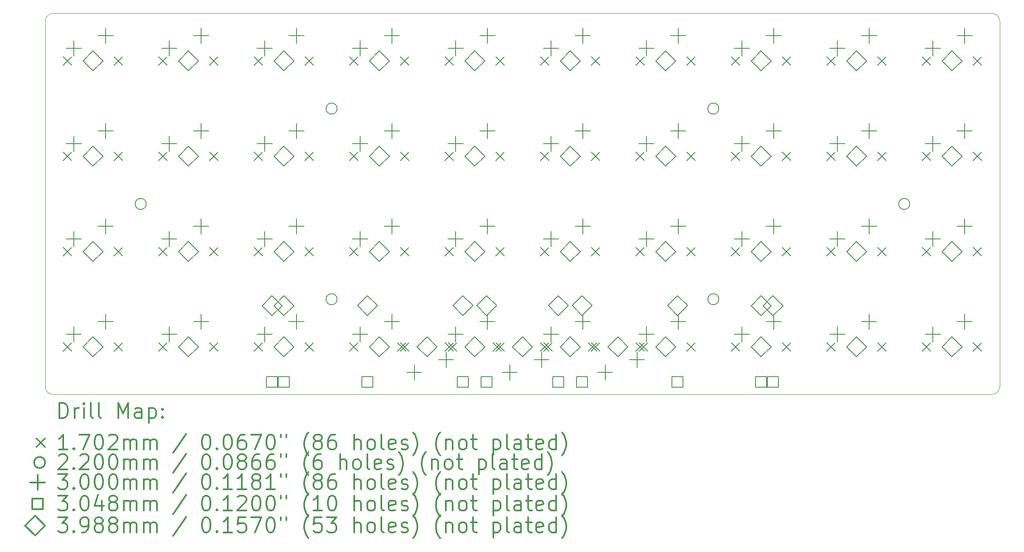
<source format=gbr>
%FSLAX45Y45*%
G04 Gerber Fmt 4.5, Leading zero omitted, Abs format (unit mm)*
G04 Created by KiCad (PCBNEW (5.1.12-1-10_14)) date 2022-02-28 21:29:09*
%MOMM*%
%LPD*%
G01*
G04 APERTURE LIST*
%TA.AperFunction,Profile*%
%ADD10C,0.050000*%
%TD*%
%ADD11C,0.200000*%
%ADD12C,0.300000*%
G04 APERTURE END LIST*
D10*
X4445000Y-4841875D02*
G75*
G03*
X4286250Y-5000625I0J-158750D01*
G01*
X4286250Y-12303125D02*
G75*
G03*
X4445000Y-12461875I158750J0D01*
G01*
X23177500Y-12461875D02*
G75*
G03*
X23336250Y-12303125I0J158750D01*
G01*
X23177500Y-4841875D02*
X4445000Y-4841875D01*
X23336250Y-12303125D02*
X23336250Y-5000625D01*
X4445000Y-12461875D02*
X23177500Y-12461875D01*
X4286250Y-5000625D02*
X4286250Y-12303125D01*
X23336250Y-5000625D02*
G75*
G03*
X23177500Y-4841875I-158750J0D01*
G01*
D11*
X4645660Y-5709285D02*
X4815840Y-5879465D01*
X4815840Y-5709285D02*
X4645660Y-5879465D01*
X4645660Y-7614285D02*
X4815840Y-7784465D01*
X4815840Y-7614285D02*
X4645660Y-7784465D01*
X4645660Y-9519285D02*
X4815840Y-9689465D01*
X4815840Y-9519285D02*
X4645660Y-9689465D01*
X4645660Y-11424285D02*
X4815840Y-11594465D01*
X4815840Y-11424285D02*
X4645660Y-11594465D01*
X5661660Y-5709285D02*
X5831840Y-5879465D01*
X5831840Y-5709285D02*
X5661660Y-5879465D01*
X5661660Y-7614285D02*
X5831840Y-7784465D01*
X5831840Y-7614285D02*
X5661660Y-7784465D01*
X5661660Y-9519285D02*
X5831840Y-9689465D01*
X5831840Y-9519285D02*
X5661660Y-9689465D01*
X5661660Y-11424285D02*
X5831840Y-11594465D01*
X5831840Y-11424285D02*
X5661660Y-11594465D01*
X6550660Y-5709285D02*
X6720840Y-5879465D01*
X6720840Y-5709285D02*
X6550660Y-5879465D01*
X6550660Y-7614285D02*
X6720840Y-7784465D01*
X6720840Y-7614285D02*
X6550660Y-7784465D01*
X6550660Y-9519285D02*
X6720840Y-9689465D01*
X6720840Y-9519285D02*
X6550660Y-9689465D01*
X6550660Y-11424285D02*
X6720840Y-11594465D01*
X6720840Y-11424285D02*
X6550660Y-11594465D01*
X7566660Y-5709285D02*
X7736840Y-5879465D01*
X7736840Y-5709285D02*
X7566660Y-5879465D01*
X7566660Y-7614285D02*
X7736840Y-7784465D01*
X7736840Y-7614285D02*
X7566660Y-7784465D01*
X7566660Y-9519285D02*
X7736840Y-9689465D01*
X7736840Y-9519285D02*
X7566660Y-9689465D01*
X7566660Y-11424285D02*
X7736840Y-11594465D01*
X7736840Y-11424285D02*
X7566660Y-11594465D01*
X8455660Y-5709285D02*
X8625840Y-5879465D01*
X8625840Y-5709285D02*
X8455660Y-5879465D01*
X8455660Y-7614285D02*
X8625840Y-7784465D01*
X8625840Y-7614285D02*
X8455660Y-7784465D01*
X8455660Y-9519285D02*
X8625840Y-9689465D01*
X8625840Y-9519285D02*
X8455660Y-9689465D01*
X8455660Y-11424285D02*
X8625840Y-11594465D01*
X8625840Y-11424285D02*
X8455660Y-11594465D01*
X9471660Y-5709285D02*
X9641840Y-5879465D01*
X9641840Y-5709285D02*
X9471660Y-5879465D01*
X9471660Y-7614285D02*
X9641840Y-7784465D01*
X9641840Y-7614285D02*
X9471660Y-7784465D01*
X9471660Y-9519285D02*
X9641840Y-9689465D01*
X9641840Y-9519285D02*
X9471660Y-9689465D01*
X9471660Y-11424285D02*
X9641840Y-11594465D01*
X9641840Y-11424285D02*
X9471660Y-11594465D01*
X10360660Y-5709285D02*
X10530840Y-5879465D01*
X10530840Y-5709285D02*
X10360660Y-5879465D01*
X10360660Y-7614285D02*
X10530840Y-7784465D01*
X10530840Y-7614285D02*
X10360660Y-7784465D01*
X10360660Y-9519285D02*
X10530840Y-9689465D01*
X10530840Y-9519285D02*
X10360660Y-9689465D01*
X10360660Y-11424285D02*
X10530840Y-11594465D01*
X10530840Y-11424285D02*
X10360660Y-11594465D01*
X11313160Y-11424285D02*
X11483340Y-11594465D01*
X11483340Y-11424285D02*
X11313160Y-11594465D01*
X11376660Y-5709285D02*
X11546840Y-5879465D01*
X11546840Y-5709285D02*
X11376660Y-5879465D01*
X11376660Y-7614285D02*
X11546840Y-7784465D01*
X11546840Y-7614285D02*
X11376660Y-7784465D01*
X11376660Y-9519285D02*
X11546840Y-9689465D01*
X11546840Y-9519285D02*
X11376660Y-9689465D01*
X11376660Y-11424285D02*
X11546840Y-11594465D01*
X11546840Y-11424285D02*
X11376660Y-11594465D01*
X12265660Y-5709285D02*
X12435840Y-5879465D01*
X12435840Y-5709285D02*
X12265660Y-5879465D01*
X12265660Y-7614285D02*
X12435840Y-7784465D01*
X12435840Y-7614285D02*
X12265660Y-7784465D01*
X12265660Y-9519285D02*
X12435840Y-9689465D01*
X12435840Y-9519285D02*
X12265660Y-9689465D01*
X12265660Y-11424285D02*
X12435840Y-11594465D01*
X12435840Y-11424285D02*
X12265660Y-11594465D01*
X12329160Y-11424285D02*
X12499340Y-11594465D01*
X12499340Y-11424285D02*
X12329160Y-11594465D01*
X13218160Y-11424285D02*
X13388340Y-11594465D01*
X13388340Y-11424285D02*
X13218160Y-11594465D01*
X13281660Y-5709285D02*
X13451840Y-5879465D01*
X13451840Y-5709285D02*
X13281660Y-5879465D01*
X13281660Y-7614285D02*
X13451840Y-7784465D01*
X13451840Y-7614285D02*
X13281660Y-7784465D01*
X13281660Y-9519285D02*
X13451840Y-9689465D01*
X13451840Y-9519285D02*
X13281660Y-9689465D01*
X13281660Y-11424285D02*
X13451840Y-11594465D01*
X13451840Y-11424285D02*
X13281660Y-11594465D01*
X14170660Y-5709285D02*
X14340840Y-5879465D01*
X14340840Y-5709285D02*
X14170660Y-5879465D01*
X14170660Y-7614285D02*
X14340840Y-7784465D01*
X14340840Y-7614285D02*
X14170660Y-7784465D01*
X14170660Y-9519285D02*
X14340840Y-9689465D01*
X14340840Y-9519285D02*
X14170660Y-9689465D01*
X14170660Y-11424285D02*
X14340840Y-11594465D01*
X14340840Y-11424285D02*
X14170660Y-11594465D01*
X14234160Y-11424285D02*
X14404340Y-11594465D01*
X14404340Y-11424285D02*
X14234160Y-11594465D01*
X15123160Y-11424285D02*
X15293340Y-11594465D01*
X15293340Y-11424285D02*
X15123160Y-11594465D01*
X15186660Y-5709285D02*
X15356840Y-5879465D01*
X15356840Y-5709285D02*
X15186660Y-5879465D01*
X15186660Y-7614285D02*
X15356840Y-7784465D01*
X15356840Y-7614285D02*
X15186660Y-7784465D01*
X15186660Y-9519285D02*
X15356840Y-9689465D01*
X15356840Y-9519285D02*
X15186660Y-9689465D01*
X15186660Y-11424285D02*
X15356840Y-11594465D01*
X15356840Y-11424285D02*
X15186660Y-11594465D01*
X16075660Y-5709285D02*
X16245840Y-5879465D01*
X16245840Y-5709285D02*
X16075660Y-5879465D01*
X16075660Y-7614285D02*
X16245840Y-7784465D01*
X16245840Y-7614285D02*
X16075660Y-7784465D01*
X16075660Y-9519285D02*
X16245840Y-9689465D01*
X16245840Y-9519285D02*
X16075660Y-9689465D01*
X16075660Y-11424285D02*
X16245840Y-11594465D01*
X16245840Y-11424285D02*
X16075660Y-11594465D01*
X16139160Y-11424285D02*
X16309340Y-11594465D01*
X16309340Y-11424285D02*
X16139160Y-11594465D01*
X17091660Y-5709285D02*
X17261840Y-5879465D01*
X17261840Y-5709285D02*
X17091660Y-5879465D01*
X17091660Y-7614285D02*
X17261840Y-7784465D01*
X17261840Y-7614285D02*
X17091660Y-7784465D01*
X17091660Y-9519285D02*
X17261840Y-9689465D01*
X17261840Y-9519285D02*
X17091660Y-9689465D01*
X17091660Y-11424285D02*
X17261840Y-11594465D01*
X17261840Y-11424285D02*
X17091660Y-11594465D01*
X17980660Y-5709285D02*
X18150840Y-5879465D01*
X18150840Y-5709285D02*
X17980660Y-5879465D01*
X17980660Y-7614285D02*
X18150840Y-7784465D01*
X18150840Y-7614285D02*
X17980660Y-7784465D01*
X17980660Y-9519285D02*
X18150840Y-9689465D01*
X18150840Y-9519285D02*
X17980660Y-9689465D01*
X17980660Y-11424285D02*
X18150840Y-11594465D01*
X18150840Y-11424285D02*
X17980660Y-11594465D01*
X18996660Y-5709285D02*
X19166840Y-5879465D01*
X19166840Y-5709285D02*
X18996660Y-5879465D01*
X18996660Y-7614285D02*
X19166840Y-7784465D01*
X19166840Y-7614285D02*
X18996660Y-7784465D01*
X18996660Y-9519285D02*
X19166840Y-9689465D01*
X19166840Y-9519285D02*
X18996660Y-9689465D01*
X18996660Y-11424285D02*
X19166840Y-11594465D01*
X19166840Y-11424285D02*
X18996660Y-11594465D01*
X19885660Y-5709285D02*
X20055840Y-5879465D01*
X20055840Y-5709285D02*
X19885660Y-5879465D01*
X19885660Y-7614285D02*
X20055840Y-7784465D01*
X20055840Y-7614285D02*
X19885660Y-7784465D01*
X19885660Y-9519285D02*
X20055840Y-9689465D01*
X20055840Y-9519285D02*
X19885660Y-9689465D01*
X19885660Y-11424285D02*
X20055840Y-11594465D01*
X20055840Y-11424285D02*
X19885660Y-11594465D01*
X20901660Y-5709285D02*
X21071840Y-5879465D01*
X21071840Y-5709285D02*
X20901660Y-5879465D01*
X20901660Y-7614285D02*
X21071840Y-7784465D01*
X21071840Y-7614285D02*
X20901660Y-7784465D01*
X20901660Y-9519285D02*
X21071840Y-9689465D01*
X21071840Y-9519285D02*
X20901660Y-9689465D01*
X20901660Y-11424285D02*
X21071840Y-11594465D01*
X21071840Y-11424285D02*
X20901660Y-11594465D01*
X21790660Y-5709285D02*
X21960840Y-5879465D01*
X21960840Y-5709285D02*
X21790660Y-5879465D01*
X21790660Y-7614285D02*
X21960840Y-7784465D01*
X21960840Y-7614285D02*
X21790660Y-7784465D01*
X21790660Y-9519285D02*
X21960840Y-9689465D01*
X21960840Y-9519285D02*
X21790660Y-9689465D01*
X21790660Y-11424285D02*
X21960840Y-11594465D01*
X21960840Y-11424285D02*
X21790660Y-11594465D01*
X22806660Y-5709285D02*
X22976840Y-5879465D01*
X22976840Y-5709285D02*
X22806660Y-5879465D01*
X22806660Y-7614285D02*
X22976840Y-7784465D01*
X22976840Y-7614285D02*
X22806660Y-7784465D01*
X22806660Y-9519285D02*
X22976840Y-9689465D01*
X22976840Y-9519285D02*
X22806660Y-9689465D01*
X22806660Y-11424285D02*
X22976840Y-11594465D01*
X22976840Y-11424285D02*
X22806660Y-11594465D01*
X6301250Y-8651875D02*
G75*
G03*
X6301250Y-8651875I-110000J0D01*
G01*
X10111250Y-6746875D02*
G75*
G03*
X10111250Y-6746875I-110000J0D01*
G01*
X10111250Y-10556875D02*
G75*
G03*
X10111250Y-10556875I-110000J0D01*
G01*
X17731250Y-6746875D02*
G75*
G03*
X17731250Y-6746875I-110000J0D01*
G01*
X17731250Y-10556875D02*
G75*
G03*
X17731250Y-10556875I-110000J0D01*
G01*
X21541250Y-8651875D02*
G75*
G03*
X21541250Y-8651875I-110000J0D01*
G01*
X4857750Y-5390375D02*
X4857750Y-5690375D01*
X4707750Y-5540375D02*
X5007750Y-5540375D01*
X4857750Y-7295375D02*
X4857750Y-7595375D01*
X4707750Y-7445375D02*
X5007750Y-7445375D01*
X4857750Y-9200375D02*
X4857750Y-9500375D01*
X4707750Y-9350375D02*
X5007750Y-9350375D01*
X4857750Y-11105375D02*
X4857750Y-11405375D01*
X4707750Y-11255375D02*
X5007750Y-11255375D01*
X5492750Y-5136375D02*
X5492750Y-5436375D01*
X5342750Y-5286375D02*
X5642750Y-5286375D01*
X5492750Y-7041375D02*
X5492750Y-7341375D01*
X5342750Y-7191375D02*
X5642750Y-7191375D01*
X5492750Y-8946375D02*
X5492750Y-9246375D01*
X5342750Y-9096375D02*
X5642750Y-9096375D01*
X5492750Y-10851375D02*
X5492750Y-11151375D01*
X5342750Y-11001375D02*
X5642750Y-11001375D01*
X6762750Y-5390375D02*
X6762750Y-5690375D01*
X6612750Y-5540375D02*
X6912750Y-5540375D01*
X6762750Y-7295375D02*
X6762750Y-7595375D01*
X6612750Y-7445375D02*
X6912750Y-7445375D01*
X6762750Y-9200375D02*
X6762750Y-9500375D01*
X6612750Y-9350375D02*
X6912750Y-9350375D01*
X6762750Y-11105375D02*
X6762750Y-11405375D01*
X6612750Y-11255375D02*
X6912750Y-11255375D01*
X7397750Y-5136375D02*
X7397750Y-5436375D01*
X7247750Y-5286375D02*
X7547750Y-5286375D01*
X7397750Y-7041375D02*
X7397750Y-7341375D01*
X7247750Y-7191375D02*
X7547750Y-7191375D01*
X7397750Y-8946375D02*
X7397750Y-9246375D01*
X7247750Y-9096375D02*
X7547750Y-9096375D01*
X7397750Y-10851375D02*
X7397750Y-11151375D01*
X7247750Y-11001375D02*
X7547750Y-11001375D01*
X8667750Y-5390375D02*
X8667750Y-5690375D01*
X8517750Y-5540375D02*
X8817750Y-5540375D01*
X8667750Y-7295375D02*
X8667750Y-7595375D01*
X8517750Y-7445375D02*
X8817750Y-7445375D01*
X8667750Y-9200375D02*
X8667750Y-9500375D01*
X8517750Y-9350375D02*
X8817750Y-9350375D01*
X8667750Y-11105375D02*
X8667750Y-11405375D01*
X8517750Y-11255375D02*
X8817750Y-11255375D01*
X9302750Y-5136375D02*
X9302750Y-5436375D01*
X9152750Y-5286375D02*
X9452750Y-5286375D01*
X9302750Y-7041375D02*
X9302750Y-7341375D01*
X9152750Y-7191375D02*
X9452750Y-7191375D01*
X9302750Y-8946375D02*
X9302750Y-9246375D01*
X9152750Y-9096375D02*
X9452750Y-9096375D01*
X9302750Y-10851375D02*
X9302750Y-11151375D01*
X9152750Y-11001375D02*
X9452750Y-11001375D01*
X10572750Y-5390375D02*
X10572750Y-5690375D01*
X10422750Y-5540375D02*
X10722750Y-5540375D01*
X10572750Y-7295375D02*
X10572750Y-7595375D01*
X10422750Y-7445375D02*
X10722750Y-7445375D01*
X10572750Y-9200375D02*
X10572750Y-9500375D01*
X10422750Y-9350375D02*
X10722750Y-9350375D01*
X10572750Y-11105375D02*
X10572750Y-11405375D01*
X10422750Y-11255375D02*
X10722750Y-11255375D01*
X11207750Y-5136375D02*
X11207750Y-5436375D01*
X11057750Y-5286375D02*
X11357750Y-5286375D01*
X11207750Y-7041375D02*
X11207750Y-7341375D01*
X11057750Y-7191375D02*
X11357750Y-7191375D01*
X11207750Y-8946375D02*
X11207750Y-9246375D01*
X11057750Y-9096375D02*
X11357750Y-9096375D01*
X11207750Y-10851375D02*
X11207750Y-11151375D01*
X11057750Y-11001375D02*
X11357750Y-11001375D01*
X11652250Y-11867375D02*
X11652250Y-12167375D01*
X11502250Y-12017375D02*
X11802250Y-12017375D01*
X12287250Y-11613375D02*
X12287250Y-11913375D01*
X12137250Y-11763375D02*
X12437250Y-11763375D01*
X12477750Y-5390375D02*
X12477750Y-5690375D01*
X12327750Y-5540375D02*
X12627750Y-5540375D01*
X12477750Y-7295375D02*
X12477750Y-7595375D01*
X12327750Y-7445375D02*
X12627750Y-7445375D01*
X12477750Y-9200375D02*
X12477750Y-9500375D01*
X12327750Y-9350375D02*
X12627750Y-9350375D01*
X12477750Y-11105375D02*
X12477750Y-11405375D01*
X12327750Y-11255375D02*
X12627750Y-11255375D01*
X13112750Y-5136375D02*
X13112750Y-5436375D01*
X12962750Y-5286375D02*
X13262750Y-5286375D01*
X13112750Y-7041375D02*
X13112750Y-7341375D01*
X12962750Y-7191375D02*
X13262750Y-7191375D01*
X13112750Y-8946375D02*
X13112750Y-9246375D01*
X12962750Y-9096375D02*
X13262750Y-9096375D01*
X13112750Y-10851375D02*
X13112750Y-11151375D01*
X12962750Y-11001375D02*
X13262750Y-11001375D01*
X13557250Y-11867375D02*
X13557250Y-12167375D01*
X13407250Y-12017375D02*
X13707250Y-12017375D01*
X14192250Y-11613375D02*
X14192250Y-11913375D01*
X14042250Y-11763375D02*
X14342250Y-11763375D01*
X14382750Y-5390375D02*
X14382750Y-5690375D01*
X14232750Y-5540375D02*
X14532750Y-5540375D01*
X14382750Y-7295375D02*
X14382750Y-7595375D01*
X14232750Y-7445375D02*
X14532750Y-7445375D01*
X14382750Y-9200375D02*
X14382750Y-9500375D01*
X14232750Y-9350375D02*
X14532750Y-9350375D01*
X14382750Y-11105375D02*
X14382750Y-11405375D01*
X14232750Y-11255375D02*
X14532750Y-11255375D01*
X15017750Y-5136375D02*
X15017750Y-5436375D01*
X14867750Y-5286375D02*
X15167750Y-5286375D01*
X15017750Y-7041375D02*
X15017750Y-7341375D01*
X14867750Y-7191375D02*
X15167750Y-7191375D01*
X15017750Y-8946375D02*
X15017750Y-9246375D01*
X14867750Y-9096375D02*
X15167750Y-9096375D01*
X15017750Y-10851375D02*
X15017750Y-11151375D01*
X14867750Y-11001375D02*
X15167750Y-11001375D01*
X15462250Y-11867375D02*
X15462250Y-12167375D01*
X15312250Y-12017375D02*
X15612250Y-12017375D01*
X16097250Y-11613375D02*
X16097250Y-11913375D01*
X15947250Y-11763375D02*
X16247250Y-11763375D01*
X16287750Y-5390375D02*
X16287750Y-5690375D01*
X16137750Y-5540375D02*
X16437750Y-5540375D01*
X16287750Y-7295375D02*
X16287750Y-7595375D01*
X16137750Y-7445375D02*
X16437750Y-7445375D01*
X16287750Y-9200375D02*
X16287750Y-9500375D01*
X16137750Y-9350375D02*
X16437750Y-9350375D01*
X16287750Y-11105375D02*
X16287750Y-11405375D01*
X16137750Y-11255375D02*
X16437750Y-11255375D01*
X16922750Y-5136375D02*
X16922750Y-5436375D01*
X16772750Y-5286375D02*
X17072750Y-5286375D01*
X16922750Y-7041375D02*
X16922750Y-7341375D01*
X16772750Y-7191375D02*
X17072750Y-7191375D01*
X16922750Y-8946375D02*
X16922750Y-9246375D01*
X16772750Y-9096375D02*
X17072750Y-9096375D01*
X16922750Y-10851375D02*
X16922750Y-11151375D01*
X16772750Y-11001375D02*
X17072750Y-11001375D01*
X18192750Y-5390375D02*
X18192750Y-5690375D01*
X18042750Y-5540375D02*
X18342750Y-5540375D01*
X18192750Y-7295375D02*
X18192750Y-7595375D01*
X18042750Y-7445375D02*
X18342750Y-7445375D01*
X18192750Y-9200375D02*
X18192750Y-9500375D01*
X18042750Y-9350375D02*
X18342750Y-9350375D01*
X18192750Y-11105375D02*
X18192750Y-11405375D01*
X18042750Y-11255375D02*
X18342750Y-11255375D01*
X18827750Y-5136375D02*
X18827750Y-5436375D01*
X18677750Y-5286375D02*
X18977750Y-5286375D01*
X18827750Y-7041375D02*
X18827750Y-7341375D01*
X18677750Y-7191375D02*
X18977750Y-7191375D01*
X18827750Y-8946375D02*
X18827750Y-9246375D01*
X18677750Y-9096375D02*
X18977750Y-9096375D01*
X18827750Y-10851375D02*
X18827750Y-11151375D01*
X18677750Y-11001375D02*
X18977750Y-11001375D01*
X20097750Y-5390375D02*
X20097750Y-5690375D01*
X19947750Y-5540375D02*
X20247750Y-5540375D01*
X20097750Y-7295375D02*
X20097750Y-7595375D01*
X19947750Y-7445375D02*
X20247750Y-7445375D01*
X20097750Y-9200375D02*
X20097750Y-9500375D01*
X19947750Y-9350375D02*
X20247750Y-9350375D01*
X20097750Y-11105375D02*
X20097750Y-11405375D01*
X19947750Y-11255375D02*
X20247750Y-11255375D01*
X20732750Y-5136375D02*
X20732750Y-5436375D01*
X20582750Y-5286375D02*
X20882750Y-5286375D01*
X20732750Y-7041375D02*
X20732750Y-7341375D01*
X20582750Y-7191375D02*
X20882750Y-7191375D01*
X20732750Y-8946375D02*
X20732750Y-9246375D01*
X20582750Y-9096375D02*
X20882750Y-9096375D01*
X20732750Y-10851375D02*
X20732750Y-11151375D01*
X20582750Y-11001375D02*
X20882750Y-11001375D01*
X22002750Y-5390375D02*
X22002750Y-5690375D01*
X21852750Y-5540375D02*
X22152750Y-5540375D01*
X22002750Y-7295375D02*
X22002750Y-7595375D01*
X21852750Y-7445375D02*
X22152750Y-7445375D01*
X22002750Y-9200375D02*
X22002750Y-9500375D01*
X21852750Y-9350375D02*
X22152750Y-9350375D01*
X22002750Y-11105375D02*
X22002750Y-11405375D01*
X21852750Y-11255375D02*
X22152750Y-11255375D01*
X22637750Y-5136375D02*
X22637750Y-5436375D01*
X22487750Y-5286375D02*
X22787750Y-5286375D01*
X22637750Y-7041375D02*
X22637750Y-7341375D01*
X22487750Y-7191375D02*
X22787750Y-7191375D01*
X22637750Y-8946375D02*
X22637750Y-9246375D01*
X22487750Y-9096375D02*
X22787750Y-9096375D01*
X22637750Y-10851375D02*
X22637750Y-11151375D01*
X22487750Y-11001375D02*
X22787750Y-11001375D01*
X8919014Y-12315639D02*
X8919014Y-12100111D01*
X8703486Y-12100111D01*
X8703486Y-12315639D01*
X8919014Y-12315639D01*
X9156514Y-12315639D02*
X9156514Y-12100111D01*
X8940986Y-12100111D01*
X8940986Y-12315639D01*
X9156514Y-12315639D01*
X10824014Y-12315639D02*
X10824014Y-12100111D01*
X10608486Y-12100111D01*
X10608486Y-12315639D01*
X10824014Y-12315639D01*
X12729014Y-12315639D02*
X12729014Y-12100111D01*
X12513486Y-12100111D01*
X12513486Y-12315639D01*
X12729014Y-12315639D01*
X13204014Y-12315639D02*
X13204014Y-12100111D01*
X12988486Y-12100111D01*
X12988486Y-12315639D01*
X13204014Y-12315639D01*
X14634014Y-12315639D02*
X14634014Y-12100111D01*
X14418486Y-12100111D01*
X14418486Y-12315639D01*
X14634014Y-12315639D01*
X15109014Y-12315639D02*
X15109014Y-12100111D01*
X14893486Y-12100111D01*
X14893486Y-12315639D01*
X15109014Y-12315639D01*
X17014014Y-12315639D02*
X17014014Y-12100111D01*
X16798486Y-12100111D01*
X16798486Y-12315639D01*
X17014014Y-12315639D01*
X18681514Y-12315639D02*
X18681514Y-12100111D01*
X18465986Y-12100111D01*
X18465986Y-12315639D01*
X18681514Y-12315639D01*
X18919014Y-12315639D02*
X18919014Y-12100111D01*
X18703486Y-12100111D01*
X18703486Y-12315639D01*
X18919014Y-12315639D01*
X5238750Y-5993765D02*
X5438140Y-5794375D01*
X5238750Y-5594985D01*
X5039360Y-5794375D01*
X5238750Y-5993765D01*
X5238750Y-7898765D02*
X5438140Y-7699375D01*
X5238750Y-7499985D01*
X5039360Y-7699375D01*
X5238750Y-7898765D01*
X5238750Y-9803765D02*
X5438140Y-9604375D01*
X5238750Y-9404985D01*
X5039360Y-9604375D01*
X5238750Y-9803765D01*
X5238750Y-11708765D02*
X5438140Y-11509375D01*
X5238750Y-11309985D01*
X5039360Y-11509375D01*
X5238750Y-11708765D01*
X7143750Y-5993765D02*
X7343140Y-5794375D01*
X7143750Y-5594985D01*
X6944360Y-5794375D01*
X7143750Y-5993765D01*
X7143750Y-7898765D02*
X7343140Y-7699375D01*
X7143750Y-7499985D01*
X6944360Y-7699375D01*
X7143750Y-7898765D01*
X7143750Y-9803765D02*
X7343140Y-9604375D01*
X7143750Y-9404985D01*
X6944360Y-9604375D01*
X7143750Y-9803765D01*
X7143750Y-11708765D02*
X7343140Y-11509375D01*
X7143750Y-11309985D01*
X6944360Y-11509375D01*
X7143750Y-11708765D01*
X8811250Y-10886265D02*
X9010640Y-10686875D01*
X8811250Y-10487485D01*
X8611860Y-10686875D01*
X8811250Y-10886265D01*
X9048750Y-5993765D02*
X9248140Y-5794375D01*
X9048750Y-5594985D01*
X8849360Y-5794375D01*
X9048750Y-5993765D01*
X9048750Y-7898765D02*
X9248140Y-7699375D01*
X9048750Y-7499985D01*
X8849360Y-7699375D01*
X9048750Y-7898765D01*
X9048750Y-9803765D02*
X9248140Y-9604375D01*
X9048750Y-9404985D01*
X8849360Y-9604375D01*
X9048750Y-9803765D01*
X9048750Y-10886265D02*
X9248140Y-10686875D01*
X9048750Y-10487485D01*
X8849360Y-10686875D01*
X9048750Y-10886265D01*
X9048750Y-11708765D02*
X9248140Y-11509375D01*
X9048750Y-11309985D01*
X8849360Y-11509375D01*
X9048750Y-11708765D01*
X10716250Y-10883265D02*
X10915640Y-10683875D01*
X10716250Y-10484485D01*
X10516860Y-10683875D01*
X10716250Y-10883265D01*
X10953750Y-5993765D02*
X11153140Y-5794375D01*
X10953750Y-5594985D01*
X10754360Y-5794375D01*
X10953750Y-5993765D01*
X10953750Y-7898765D02*
X11153140Y-7699375D01*
X10953750Y-7499985D01*
X10754360Y-7699375D01*
X10953750Y-7898765D01*
X10953750Y-9803765D02*
X11153140Y-9604375D01*
X10953750Y-9404985D01*
X10754360Y-9604375D01*
X10953750Y-9803765D01*
X10953750Y-11708765D02*
X11153140Y-11509375D01*
X10953750Y-11309985D01*
X10754360Y-11509375D01*
X10953750Y-11708765D01*
X11906250Y-11708765D02*
X12105640Y-11509375D01*
X11906250Y-11309985D01*
X11706860Y-11509375D01*
X11906250Y-11708765D01*
X12621250Y-10883265D02*
X12820640Y-10683875D01*
X12621250Y-10484485D01*
X12421860Y-10683875D01*
X12621250Y-10883265D01*
X12858750Y-5993765D02*
X13058140Y-5794375D01*
X12858750Y-5594985D01*
X12659360Y-5794375D01*
X12858750Y-5993765D01*
X12858750Y-7898765D02*
X13058140Y-7699375D01*
X12858750Y-7499985D01*
X12659360Y-7699375D01*
X12858750Y-7898765D01*
X12858750Y-9803765D02*
X13058140Y-9604375D01*
X12858750Y-9404985D01*
X12659360Y-9604375D01*
X12858750Y-9803765D01*
X12858750Y-11708765D02*
X13058140Y-11509375D01*
X12858750Y-11309985D01*
X12659360Y-11509375D01*
X12858750Y-11708765D01*
X13096250Y-10883265D02*
X13295640Y-10683875D01*
X13096250Y-10484485D01*
X12896860Y-10683875D01*
X13096250Y-10883265D01*
X13811250Y-11708765D02*
X14010640Y-11509375D01*
X13811250Y-11309985D01*
X13611860Y-11509375D01*
X13811250Y-11708765D01*
X14526250Y-10883265D02*
X14725640Y-10683875D01*
X14526250Y-10484485D01*
X14326860Y-10683875D01*
X14526250Y-10883265D01*
X14763750Y-5993765D02*
X14963140Y-5794375D01*
X14763750Y-5594985D01*
X14564360Y-5794375D01*
X14763750Y-5993765D01*
X14763750Y-7898765D02*
X14963140Y-7699375D01*
X14763750Y-7499985D01*
X14564360Y-7699375D01*
X14763750Y-7898765D01*
X14763750Y-9803765D02*
X14963140Y-9604375D01*
X14763750Y-9404985D01*
X14564360Y-9604375D01*
X14763750Y-9803765D01*
X14763750Y-11708765D02*
X14963140Y-11509375D01*
X14763750Y-11309985D01*
X14564360Y-11509375D01*
X14763750Y-11708765D01*
X15001250Y-10883265D02*
X15200640Y-10683875D01*
X15001250Y-10484485D01*
X14801860Y-10683875D01*
X15001250Y-10883265D01*
X15716250Y-11708765D02*
X15915640Y-11509375D01*
X15716250Y-11309985D01*
X15516860Y-11509375D01*
X15716250Y-11708765D01*
X16668750Y-5993765D02*
X16868140Y-5794375D01*
X16668750Y-5594985D01*
X16469360Y-5794375D01*
X16668750Y-5993765D01*
X16668750Y-7898765D02*
X16868140Y-7699375D01*
X16668750Y-7499985D01*
X16469360Y-7699375D01*
X16668750Y-7898765D01*
X16668750Y-9803765D02*
X16868140Y-9604375D01*
X16668750Y-9404985D01*
X16469360Y-9604375D01*
X16668750Y-9803765D01*
X16668750Y-11708765D02*
X16868140Y-11509375D01*
X16668750Y-11309985D01*
X16469360Y-11509375D01*
X16668750Y-11708765D01*
X16906250Y-10883265D02*
X17105640Y-10683875D01*
X16906250Y-10484485D01*
X16706860Y-10683875D01*
X16906250Y-10883265D01*
X18573750Y-5993765D02*
X18773140Y-5794375D01*
X18573750Y-5594985D01*
X18374360Y-5794375D01*
X18573750Y-5993765D01*
X18573750Y-7898765D02*
X18773140Y-7699375D01*
X18573750Y-7499985D01*
X18374360Y-7699375D01*
X18573750Y-7898765D01*
X18573750Y-9803765D02*
X18773140Y-9604375D01*
X18573750Y-9404985D01*
X18374360Y-9604375D01*
X18573750Y-9803765D01*
X18573750Y-10886265D02*
X18773140Y-10686875D01*
X18573750Y-10487485D01*
X18374360Y-10686875D01*
X18573750Y-10886265D01*
X18573750Y-11708765D02*
X18773140Y-11509375D01*
X18573750Y-11309985D01*
X18374360Y-11509375D01*
X18573750Y-11708765D01*
X18811250Y-10886265D02*
X19010640Y-10686875D01*
X18811250Y-10487485D01*
X18611860Y-10686875D01*
X18811250Y-10886265D01*
X20478750Y-5993765D02*
X20678140Y-5794375D01*
X20478750Y-5594985D01*
X20279360Y-5794375D01*
X20478750Y-5993765D01*
X20478750Y-7898765D02*
X20678140Y-7699375D01*
X20478750Y-7499985D01*
X20279360Y-7699375D01*
X20478750Y-7898765D01*
X20478750Y-9803765D02*
X20678140Y-9604375D01*
X20478750Y-9404985D01*
X20279360Y-9604375D01*
X20478750Y-9803765D01*
X20478750Y-11708765D02*
X20678140Y-11509375D01*
X20478750Y-11309985D01*
X20279360Y-11509375D01*
X20478750Y-11708765D01*
X22383750Y-5993765D02*
X22583140Y-5794375D01*
X22383750Y-5594985D01*
X22184360Y-5794375D01*
X22383750Y-5993765D01*
X22383750Y-7898765D02*
X22583140Y-7699375D01*
X22383750Y-7499985D01*
X22184360Y-7699375D01*
X22383750Y-7898765D01*
X22383750Y-9803765D02*
X22583140Y-9604375D01*
X22383750Y-9404985D01*
X22184360Y-9604375D01*
X22383750Y-9803765D01*
X22383750Y-11708765D02*
X22583140Y-11509375D01*
X22383750Y-11309985D01*
X22184360Y-11509375D01*
X22383750Y-11708765D01*
D12*
X4570178Y-12930089D02*
X4570178Y-12630089D01*
X4641607Y-12630089D01*
X4684464Y-12644375D01*
X4713036Y-12672946D01*
X4727321Y-12701518D01*
X4741607Y-12758661D01*
X4741607Y-12801518D01*
X4727321Y-12858661D01*
X4713036Y-12887232D01*
X4684464Y-12915804D01*
X4641607Y-12930089D01*
X4570178Y-12930089D01*
X4870178Y-12930089D02*
X4870178Y-12730089D01*
X4870178Y-12787232D02*
X4884464Y-12758661D01*
X4898750Y-12744375D01*
X4927321Y-12730089D01*
X4955893Y-12730089D01*
X5055893Y-12930089D02*
X5055893Y-12730089D01*
X5055893Y-12630089D02*
X5041607Y-12644375D01*
X5055893Y-12658661D01*
X5070178Y-12644375D01*
X5055893Y-12630089D01*
X5055893Y-12658661D01*
X5241607Y-12930089D02*
X5213036Y-12915804D01*
X5198750Y-12887232D01*
X5198750Y-12630089D01*
X5398750Y-12930089D02*
X5370178Y-12915804D01*
X5355893Y-12887232D01*
X5355893Y-12630089D01*
X5741607Y-12930089D02*
X5741607Y-12630089D01*
X5841607Y-12844375D01*
X5941607Y-12630089D01*
X5941607Y-12930089D01*
X6213036Y-12930089D02*
X6213036Y-12772946D01*
X6198750Y-12744375D01*
X6170178Y-12730089D01*
X6113036Y-12730089D01*
X6084464Y-12744375D01*
X6213036Y-12915804D02*
X6184464Y-12930089D01*
X6113036Y-12930089D01*
X6084464Y-12915804D01*
X6070178Y-12887232D01*
X6070178Y-12858661D01*
X6084464Y-12830089D01*
X6113036Y-12815804D01*
X6184464Y-12815804D01*
X6213036Y-12801518D01*
X6355893Y-12730089D02*
X6355893Y-13030089D01*
X6355893Y-12744375D02*
X6384464Y-12730089D01*
X6441607Y-12730089D01*
X6470178Y-12744375D01*
X6484464Y-12758661D01*
X6498750Y-12787232D01*
X6498750Y-12872946D01*
X6484464Y-12901518D01*
X6470178Y-12915804D01*
X6441607Y-12930089D01*
X6384464Y-12930089D01*
X6355893Y-12915804D01*
X6627321Y-12901518D02*
X6641607Y-12915804D01*
X6627321Y-12930089D01*
X6613036Y-12915804D01*
X6627321Y-12901518D01*
X6627321Y-12930089D01*
X6627321Y-12744375D02*
X6641607Y-12758661D01*
X6627321Y-12772946D01*
X6613036Y-12758661D01*
X6627321Y-12744375D01*
X6627321Y-12772946D01*
X4113570Y-13339285D02*
X4283750Y-13509465D01*
X4283750Y-13339285D02*
X4113570Y-13509465D01*
X4727321Y-13560089D02*
X4555893Y-13560089D01*
X4641607Y-13560089D02*
X4641607Y-13260089D01*
X4613036Y-13302946D01*
X4584464Y-13331518D01*
X4555893Y-13345804D01*
X4855893Y-13531518D02*
X4870178Y-13545804D01*
X4855893Y-13560089D01*
X4841607Y-13545804D01*
X4855893Y-13531518D01*
X4855893Y-13560089D01*
X4970178Y-13260089D02*
X5170178Y-13260089D01*
X5041607Y-13560089D01*
X5341607Y-13260089D02*
X5370178Y-13260089D01*
X5398750Y-13274375D01*
X5413036Y-13288661D01*
X5427321Y-13317232D01*
X5441607Y-13374375D01*
X5441607Y-13445804D01*
X5427321Y-13502946D01*
X5413036Y-13531518D01*
X5398750Y-13545804D01*
X5370178Y-13560089D01*
X5341607Y-13560089D01*
X5313036Y-13545804D01*
X5298750Y-13531518D01*
X5284464Y-13502946D01*
X5270178Y-13445804D01*
X5270178Y-13374375D01*
X5284464Y-13317232D01*
X5298750Y-13288661D01*
X5313036Y-13274375D01*
X5341607Y-13260089D01*
X5555893Y-13288661D02*
X5570178Y-13274375D01*
X5598750Y-13260089D01*
X5670178Y-13260089D01*
X5698750Y-13274375D01*
X5713036Y-13288661D01*
X5727321Y-13317232D01*
X5727321Y-13345804D01*
X5713036Y-13388661D01*
X5541607Y-13560089D01*
X5727321Y-13560089D01*
X5855893Y-13560089D02*
X5855893Y-13360089D01*
X5855893Y-13388661D02*
X5870178Y-13374375D01*
X5898750Y-13360089D01*
X5941607Y-13360089D01*
X5970178Y-13374375D01*
X5984464Y-13402946D01*
X5984464Y-13560089D01*
X5984464Y-13402946D02*
X5998750Y-13374375D01*
X6027321Y-13360089D01*
X6070178Y-13360089D01*
X6098750Y-13374375D01*
X6113036Y-13402946D01*
X6113036Y-13560089D01*
X6255893Y-13560089D02*
X6255893Y-13360089D01*
X6255893Y-13388661D02*
X6270178Y-13374375D01*
X6298750Y-13360089D01*
X6341607Y-13360089D01*
X6370178Y-13374375D01*
X6384464Y-13402946D01*
X6384464Y-13560089D01*
X6384464Y-13402946D02*
X6398750Y-13374375D01*
X6427321Y-13360089D01*
X6470178Y-13360089D01*
X6498750Y-13374375D01*
X6513036Y-13402946D01*
X6513036Y-13560089D01*
X7098750Y-13245804D02*
X6841607Y-13631518D01*
X7484464Y-13260089D02*
X7513036Y-13260089D01*
X7541607Y-13274375D01*
X7555893Y-13288661D01*
X7570178Y-13317232D01*
X7584464Y-13374375D01*
X7584464Y-13445804D01*
X7570178Y-13502946D01*
X7555893Y-13531518D01*
X7541607Y-13545804D01*
X7513036Y-13560089D01*
X7484464Y-13560089D01*
X7455893Y-13545804D01*
X7441607Y-13531518D01*
X7427321Y-13502946D01*
X7413036Y-13445804D01*
X7413036Y-13374375D01*
X7427321Y-13317232D01*
X7441607Y-13288661D01*
X7455893Y-13274375D01*
X7484464Y-13260089D01*
X7713036Y-13531518D02*
X7727321Y-13545804D01*
X7713036Y-13560089D01*
X7698750Y-13545804D01*
X7713036Y-13531518D01*
X7713036Y-13560089D01*
X7913036Y-13260089D02*
X7941607Y-13260089D01*
X7970178Y-13274375D01*
X7984464Y-13288661D01*
X7998750Y-13317232D01*
X8013036Y-13374375D01*
X8013036Y-13445804D01*
X7998750Y-13502946D01*
X7984464Y-13531518D01*
X7970178Y-13545804D01*
X7941607Y-13560089D01*
X7913036Y-13560089D01*
X7884464Y-13545804D01*
X7870178Y-13531518D01*
X7855893Y-13502946D01*
X7841607Y-13445804D01*
X7841607Y-13374375D01*
X7855893Y-13317232D01*
X7870178Y-13288661D01*
X7884464Y-13274375D01*
X7913036Y-13260089D01*
X8270178Y-13260089D02*
X8213036Y-13260089D01*
X8184464Y-13274375D01*
X8170178Y-13288661D01*
X8141607Y-13331518D01*
X8127321Y-13388661D01*
X8127321Y-13502946D01*
X8141607Y-13531518D01*
X8155893Y-13545804D01*
X8184464Y-13560089D01*
X8241607Y-13560089D01*
X8270178Y-13545804D01*
X8284464Y-13531518D01*
X8298750Y-13502946D01*
X8298750Y-13431518D01*
X8284464Y-13402946D01*
X8270178Y-13388661D01*
X8241607Y-13374375D01*
X8184464Y-13374375D01*
X8155893Y-13388661D01*
X8141607Y-13402946D01*
X8127321Y-13431518D01*
X8398750Y-13260089D02*
X8598750Y-13260089D01*
X8470178Y-13560089D01*
X8770178Y-13260089D02*
X8798750Y-13260089D01*
X8827321Y-13274375D01*
X8841607Y-13288661D01*
X8855893Y-13317232D01*
X8870178Y-13374375D01*
X8870178Y-13445804D01*
X8855893Y-13502946D01*
X8841607Y-13531518D01*
X8827321Y-13545804D01*
X8798750Y-13560089D01*
X8770178Y-13560089D01*
X8741607Y-13545804D01*
X8727321Y-13531518D01*
X8713036Y-13502946D01*
X8698750Y-13445804D01*
X8698750Y-13374375D01*
X8713036Y-13317232D01*
X8727321Y-13288661D01*
X8741607Y-13274375D01*
X8770178Y-13260089D01*
X8984464Y-13260089D02*
X8984464Y-13317232D01*
X9098750Y-13260089D02*
X9098750Y-13317232D01*
X9541607Y-13674375D02*
X9527321Y-13660089D01*
X9498750Y-13617232D01*
X9484464Y-13588661D01*
X9470178Y-13545804D01*
X9455893Y-13474375D01*
X9455893Y-13417232D01*
X9470178Y-13345804D01*
X9484464Y-13302946D01*
X9498750Y-13274375D01*
X9527321Y-13231518D01*
X9541607Y-13217232D01*
X9698750Y-13388661D02*
X9670178Y-13374375D01*
X9655893Y-13360089D01*
X9641607Y-13331518D01*
X9641607Y-13317232D01*
X9655893Y-13288661D01*
X9670178Y-13274375D01*
X9698750Y-13260089D01*
X9755893Y-13260089D01*
X9784464Y-13274375D01*
X9798750Y-13288661D01*
X9813036Y-13317232D01*
X9813036Y-13331518D01*
X9798750Y-13360089D01*
X9784464Y-13374375D01*
X9755893Y-13388661D01*
X9698750Y-13388661D01*
X9670178Y-13402946D01*
X9655893Y-13417232D01*
X9641607Y-13445804D01*
X9641607Y-13502946D01*
X9655893Y-13531518D01*
X9670178Y-13545804D01*
X9698750Y-13560089D01*
X9755893Y-13560089D01*
X9784464Y-13545804D01*
X9798750Y-13531518D01*
X9813036Y-13502946D01*
X9813036Y-13445804D01*
X9798750Y-13417232D01*
X9784464Y-13402946D01*
X9755893Y-13388661D01*
X10070178Y-13260089D02*
X10013036Y-13260089D01*
X9984464Y-13274375D01*
X9970178Y-13288661D01*
X9941607Y-13331518D01*
X9927321Y-13388661D01*
X9927321Y-13502946D01*
X9941607Y-13531518D01*
X9955893Y-13545804D01*
X9984464Y-13560089D01*
X10041607Y-13560089D01*
X10070178Y-13545804D01*
X10084464Y-13531518D01*
X10098750Y-13502946D01*
X10098750Y-13431518D01*
X10084464Y-13402946D01*
X10070178Y-13388661D01*
X10041607Y-13374375D01*
X9984464Y-13374375D01*
X9955893Y-13388661D01*
X9941607Y-13402946D01*
X9927321Y-13431518D01*
X10455893Y-13560089D02*
X10455893Y-13260089D01*
X10584464Y-13560089D02*
X10584464Y-13402946D01*
X10570178Y-13374375D01*
X10541607Y-13360089D01*
X10498750Y-13360089D01*
X10470178Y-13374375D01*
X10455893Y-13388661D01*
X10770178Y-13560089D02*
X10741607Y-13545804D01*
X10727321Y-13531518D01*
X10713036Y-13502946D01*
X10713036Y-13417232D01*
X10727321Y-13388661D01*
X10741607Y-13374375D01*
X10770178Y-13360089D01*
X10813036Y-13360089D01*
X10841607Y-13374375D01*
X10855893Y-13388661D01*
X10870178Y-13417232D01*
X10870178Y-13502946D01*
X10855893Y-13531518D01*
X10841607Y-13545804D01*
X10813036Y-13560089D01*
X10770178Y-13560089D01*
X11041607Y-13560089D02*
X11013036Y-13545804D01*
X10998750Y-13517232D01*
X10998750Y-13260089D01*
X11270178Y-13545804D02*
X11241607Y-13560089D01*
X11184464Y-13560089D01*
X11155893Y-13545804D01*
X11141607Y-13517232D01*
X11141607Y-13402946D01*
X11155893Y-13374375D01*
X11184464Y-13360089D01*
X11241607Y-13360089D01*
X11270178Y-13374375D01*
X11284464Y-13402946D01*
X11284464Y-13431518D01*
X11141607Y-13460089D01*
X11398750Y-13545804D02*
X11427321Y-13560089D01*
X11484464Y-13560089D01*
X11513036Y-13545804D01*
X11527321Y-13517232D01*
X11527321Y-13502946D01*
X11513036Y-13474375D01*
X11484464Y-13460089D01*
X11441607Y-13460089D01*
X11413036Y-13445804D01*
X11398750Y-13417232D01*
X11398750Y-13402946D01*
X11413036Y-13374375D01*
X11441607Y-13360089D01*
X11484464Y-13360089D01*
X11513036Y-13374375D01*
X11627321Y-13674375D02*
X11641607Y-13660089D01*
X11670178Y-13617232D01*
X11684464Y-13588661D01*
X11698750Y-13545804D01*
X11713036Y-13474375D01*
X11713036Y-13417232D01*
X11698750Y-13345804D01*
X11684464Y-13302946D01*
X11670178Y-13274375D01*
X11641607Y-13231518D01*
X11627321Y-13217232D01*
X12170178Y-13674375D02*
X12155893Y-13660089D01*
X12127321Y-13617232D01*
X12113036Y-13588661D01*
X12098750Y-13545804D01*
X12084464Y-13474375D01*
X12084464Y-13417232D01*
X12098750Y-13345804D01*
X12113036Y-13302946D01*
X12127321Y-13274375D01*
X12155893Y-13231518D01*
X12170178Y-13217232D01*
X12284464Y-13360089D02*
X12284464Y-13560089D01*
X12284464Y-13388661D02*
X12298750Y-13374375D01*
X12327321Y-13360089D01*
X12370178Y-13360089D01*
X12398750Y-13374375D01*
X12413036Y-13402946D01*
X12413036Y-13560089D01*
X12598750Y-13560089D02*
X12570178Y-13545804D01*
X12555893Y-13531518D01*
X12541607Y-13502946D01*
X12541607Y-13417232D01*
X12555893Y-13388661D01*
X12570178Y-13374375D01*
X12598750Y-13360089D01*
X12641607Y-13360089D01*
X12670178Y-13374375D01*
X12684464Y-13388661D01*
X12698750Y-13417232D01*
X12698750Y-13502946D01*
X12684464Y-13531518D01*
X12670178Y-13545804D01*
X12641607Y-13560089D01*
X12598750Y-13560089D01*
X12784464Y-13360089D02*
X12898750Y-13360089D01*
X12827321Y-13260089D02*
X12827321Y-13517232D01*
X12841607Y-13545804D01*
X12870178Y-13560089D01*
X12898750Y-13560089D01*
X13227321Y-13360089D02*
X13227321Y-13660089D01*
X13227321Y-13374375D02*
X13255893Y-13360089D01*
X13313036Y-13360089D01*
X13341607Y-13374375D01*
X13355893Y-13388661D01*
X13370178Y-13417232D01*
X13370178Y-13502946D01*
X13355893Y-13531518D01*
X13341607Y-13545804D01*
X13313036Y-13560089D01*
X13255893Y-13560089D01*
X13227321Y-13545804D01*
X13541607Y-13560089D02*
X13513036Y-13545804D01*
X13498750Y-13517232D01*
X13498750Y-13260089D01*
X13784464Y-13560089D02*
X13784464Y-13402946D01*
X13770178Y-13374375D01*
X13741607Y-13360089D01*
X13684464Y-13360089D01*
X13655893Y-13374375D01*
X13784464Y-13545804D02*
X13755893Y-13560089D01*
X13684464Y-13560089D01*
X13655893Y-13545804D01*
X13641607Y-13517232D01*
X13641607Y-13488661D01*
X13655893Y-13460089D01*
X13684464Y-13445804D01*
X13755893Y-13445804D01*
X13784464Y-13431518D01*
X13884464Y-13360089D02*
X13998750Y-13360089D01*
X13927321Y-13260089D02*
X13927321Y-13517232D01*
X13941607Y-13545804D01*
X13970178Y-13560089D01*
X13998750Y-13560089D01*
X14213036Y-13545804D02*
X14184464Y-13560089D01*
X14127321Y-13560089D01*
X14098750Y-13545804D01*
X14084464Y-13517232D01*
X14084464Y-13402946D01*
X14098750Y-13374375D01*
X14127321Y-13360089D01*
X14184464Y-13360089D01*
X14213036Y-13374375D01*
X14227321Y-13402946D01*
X14227321Y-13431518D01*
X14084464Y-13460089D01*
X14484464Y-13560089D02*
X14484464Y-13260089D01*
X14484464Y-13545804D02*
X14455893Y-13560089D01*
X14398750Y-13560089D01*
X14370178Y-13545804D01*
X14355893Y-13531518D01*
X14341607Y-13502946D01*
X14341607Y-13417232D01*
X14355893Y-13388661D01*
X14370178Y-13374375D01*
X14398750Y-13360089D01*
X14455893Y-13360089D01*
X14484464Y-13374375D01*
X14598750Y-13674375D02*
X14613036Y-13660089D01*
X14641607Y-13617232D01*
X14655893Y-13588661D01*
X14670178Y-13545804D01*
X14684464Y-13474375D01*
X14684464Y-13417232D01*
X14670178Y-13345804D01*
X14655893Y-13302946D01*
X14641607Y-13274375D01*
X14613036Y-13231518D01*
X14598750Y-13217232D01*
X4283750Y-13820375D02*
G75*
G03*
X4283750Y-13820375I-110000J0D01*
G01*
X4555893Y-13684661D02*
X4570178Y-13670375D01*
X4598750Y-13656089D01*
X4670178Y-13656089D01*
X4698750Y-13670375D01*
X4713036Y-13684661D01*
X4727321Y-13713232D01*
X4727321Y-13741804D01*
X4713036Y-13784661D01*
X4541607Y-13956089D01*
X4727321Y-13956089D01*
X4855893Y-13927518D02*
X4870178Y-13941804D01*
X4855893Y-13956089D01*
X4841607Y-13941804D01*
X4855893Y-13927518D01*
X4855893Y-13956089D01*
X4984464Y-13684661D02*
X4998750Y-13670375D01*
X5027321Y-13656089D01*
X5098750Y-13656089D01*
X5127321Y-13670375D01*
X5141607Y-13684661D01*
X5155893Y-13713232D01*
X5155893Y-13741804D01*
X5141607Y-13784661D01*
X4970178Y-13956089D01*
X5155893Y-13956089D01*
X5341607Y-13656089D02*
X5370178Y-13656089D01*
X5398750Y-13670375D01*
X5413036Y-13684661D01*
X5427321Y-13713232D01*
X5441607Y-13770375D01*
X5441607Y-13841804D01*
X5427321Y-13898946D01*
X5413036Y-13927518D01*
X5398750Y-13941804D01*
X5370178Y-13956089D01*
X5341607Y-13956089D01*
X5313036Y-13941804D01*
X5298750Y-13927518D01*
X5284464Y-13898946D01*
X5270178Y-13841804D01*
X5270178Y-13770375D01*
X5284464Y-13713232D01*
X5298750Y-13684661D01*
X5313036Y-13670375D01*
X5341607Y-13656089D01*
X5627321Y-13656089D02*
X5655893Y-13656089D01*
X5684464Y-13670375D01*
X5698750Y-13684661D01*
X5713036Y-13713232D01*
X5727321Y-13770375D01*
X5727321Y-13841804D01*
X5713036Y-13898946D01*
X5698750Y-13927518D01*
X5684464Y-13941804D01*
X5655893Y-13956089D01*
X5627321Y-13956089D01*
X5598750Y-13941804D01*
X5584464Y-13927518D01*
X5570178Y-13898946D01*
X5555893Y-13841804D01*
X5555893Y-13770375D01*
X5570178Y-13713232D01*
X5584464Y-13684661D01*
X5598750Y-13670375D01*
X5627321Y-13656089D01*
X5855893Y-13956089D02*
X5855893Y-13756089D01*
X5855893Y-13784661D02*
X5870178Y-13770375D01*
X5898750Y-13756089D01*
X5941607Y-13756089D01*
X5970178Y-13770375D01*
X5984464Y-13798946D01*
X5984464Y-13956089D01*
X5984464Y-13798946D02*
X5998750Y-13770375D01*
X6027321Y-13756089D01*
X6070178Y-13756089D01*
X6098750Y-13770375D01*
X6113036Y-13798946D01*
X6113036Y-13956089D01*
X6255893Y-13956089D02*
X6255893Y-13756089D01*
X6255893Y-13784661D02*
X6270178Y-13770375D01*
X6298750Y-13756089D01*
X6341607Y-13756089D01*
X6370178Y-13770375D01*
X6384464Y-13798946D01*
X6384464Y-13956089D01*
X6384464Y-13798946D02*
X6398750Y-13770375D01*
X6427321Y-13756089D01*
X6470178Y-13756089D01*
X6498750Y-13770375D01*
X6513036Y-13798946D01*
X6513036Y-13956089D01*
X7098750Y-13641804D02*
X6841607Y-14027518D01*
X7484464Y-13656089D02*
X7513036Y-13656089D01*
X7541607Y-13670375D01*
X7555893Y-13684661D01*
X7570178Y-13713232D01*
X7584464Y-13770375D01*
X7584464Y-13841804D01*
X7570178Y-13898946D01*
X7555893Y-13927518D01*
X7541607Y-13941804D01*
X7513036Y-13956089D01*
X7484464Y-13956089D01*
X7455893Y-13941804D01*
X7441607Y-13927518D01*
X7427321Y-13898946D01*
X7413036Y-13841804D01*
X7413036Y-13770375D01*
X7427321Y-13713232D01*
X7441607Y-13684661D01*
X7455893Y-13670375D01*
X7484464Y-13656089D01*
X7713036Y-13927518D02*
X7727321Y-13941804D01*
X7713036Y-13956089D01*
X7698750Y-13941804D01*
X7713036Y-13927518D01*
X7713036Y-13956089D01*
X7913036Y-13656089D02*
X7941607Y-13656089D01*
X7970178Y-13670375D01*
X7984464Y-13684661D01*
X7998750Y-13713232D01*
X8013036Y-13770375D01*
X8013036Y-13841804D01*
X7998750Y-13898946D01*
X7984464Y-13927518D01*
X7970178Y-13941804D01*
X7941607Y-13956089D01*
X7913036Y-13956089D01*
X7884464Y-13941804D01*
X7870178Y-13927518D01*
X7855893Y-13898946D01*
X7841607Y-13841804D01*
X7841607Y-13770375D01*
X7855893Y-13713232D01*
X7870178Y-13684661D01*
X7884464Y-13670375D01*
X7913036Y-13656089D01*
X8184464Y-13784661D02*
X8155893Y-13770375D01*
X8141607Y-13756089D01*
X8127321Y-13727518D01*
X8127321Y-13713232D01*
X8141607Y-13684661D01*
X8155893Y-13670375D01*
X8184464Y-13656089D01*
X8241607Y-13656089D01*
X8270178Y-13670375D01*
X8284464Y-13684661D01*
X8298750Y-13713232D01*
X8298750Y-13727518D01*
X8284464Y-13756089D01*
X8270178Y-13770375D01*
X8241607Y-13784661D01*
X8184464Y-13784661D01*
X8155893Y-13798946D01*
X8141607Y-13813232D01*
X8127321Y-13841804D01*
X8127321Y-13898946D01*
X8141607Y-13927518D01*
X8155893Y-13941804D01*
X8184464Y-13956089D01*
X8241607Y-13956089D01*
X8270178Y-13941804D01*
X8284464Y-13927518D01*
X8298750Y-13898946D01*
X8298750Y-13841804D01*
X8284464Y-13813232D01*
X8270178Y-13798946D01*
X8241607Y-13784661D01*
X8555893Y-13656089D02*
X8498750Y-13656089D01*
X8470178Y-13670375D01*
X8455893Y-13684661D01*
X8427321Y-13727518D01*
X8413036Y-13784661D01*
X8413036Y-13898946D01*
X8427321Y-13927518D01*
X8441607Y-13941804D01*
X8470178Y-13956089D01*
X8527321Y-13956089D01*
X8555893Y-13941804D01*
X8570178Y-13927518D01*
X8584464Y-13898946D01*
X8584464Y-13827518D01*
X8570178Y-13798946D01*
X8555893Y-13784661D01*
X8527321Y-13770375D01*
X8470178Y-13770375D01*
X8441607Y-13784661D01*
X8427321Y-13798946D01*
X8413036Y-13827518D01*
X8841607Y-13656089D02*
X8784464Y-13656089D01*
X8755893Y-13670375D01*
X8741607Y-13684661D01*
X8713036Y-13727518D01*
X8698750Y-13784661D01*
X8698750Y-13898946D01*
X8713036Y-13927518D01*
X8727321Y-13941804D01*
X8755893Y-13956089D01*
X8813036Y-13956089D01*
X8841607Y-13941804D01*
X8855893Y-13927518D01*
X8870178Y-13898946D01*
X8870178Y-13827518D01*
X8855893Y-13798946D01*
X8841607Y-13784661D01*
X8813036Y-13770375D01*
X8755893Y-13770375D01*
X8727321Y-13784661D01*
X8713036Y-13798946D01*
X8698750Y-13827518D01*
X8984464Y-13656089D02*
X8984464Y-13713232D01*
X9098750Y-13656089D02*
X9098750Y-13713232D01*
X9541607Y-14070375D02*
X9527321Y-14056089D01*
X9498750Y-14013232D01*
X9484464Y-13984661D01*
X9470178Y-13941804D01*
X9455893Y-13870375D01*
X9455893Y-13813232D01*
X9470178Y-13741804D01*
X9484464Y-13698946D01*
X9498750Y-13670375D01*
X9527321Y-13627518D01*
X9541607Y-13613232D01*
X9784464Y-13656089D02*
X9727321Y-13656089D01*
X9698750Y-13670375D01*
X9684464Y-13684661D01*
X9655893Y-13727518D01*
X9641607Y-13784661D01*
X9641607Y-13898946D01*
X9655893Y-13927518D01*
X9670178Y-13941804D01*
X9698750Y-13956089D01*
X9755893Y-13956089D01*
X9784464Y-13941804D01*
X9798750Y-13927518D01*
X9813036Y-13898946D01*
X9813036Y-13827518D01*
X9798750Y-13798946D01*
X9784464Y-13784661D01*
X9755893Y-13770375D01*
X9698750Y-13770375D01*
X9670178Y-13784661D01*
X9655893Y-13798946D01*
X9641607Y-13827518D01*
X10170178Y-13956089D02*
X10170178Y-13656089D01*
X10298750Y-13956089D02*
X10298750Y-13798946D01*
X10284464Y-13770375D01*
X10255893Y-13756089D01*
X10213036Y-13756089D01*
X10184464Y-13770375D01*
X10170178Y-13784661D01*
X10484464Y-13956089D02*
X10455893Y-13941804D01*
X10441607Y-13927518D01*
X10427321Y-13898946D01*
X10427321Y-13813232D01*
X10441607Y-13784661D01*
X10455893Y-13770375D01*
X10484464Y-13756089D01*
X10527321Y-13756089D01*
X10555893Y-13770375D01*
X10570178Y-13784661D01*
X10584464Y-13813232D01*
X10584464Y-13898946D01*
X10570178Y-13927518D01*
X10555893Y-13941804D01*
X10527321Y-13956089D01*
X10484464Y-13956089D01*
X10755893Y-13956089D02*
X10727321Y-13941804D01*
X10713036Y-13913232D01*
X10713036Y-13656089D01*
X10984464Y-13941804D02*
X10955893Y-13956089D01*
X10898750Y-13956089D01*
X10870178Y-13941804D01*
X10855893Y-13913232D01*
X10855893Y-13798946D01*
X10870178Y-13770375D01*
X10898750Y-13756089D01*
X10955893Y-13756089D01*
X10984464Y-13770375D01*
X10998750Y-13798946D01*
X10998750Y-13827518D01*
X10855893Y-13856089D01*
X11113036Y-13941804D02*
X11141607Y-13956089D01*
X11198750Y-13956089D01*
X11227321Y-13941804D01*
X11241607Y-13913232D01*
X11241607Y-13898946D01*
X11227321Y-13870375D01*
X11198750Y-13856089D01*
X11155893Y-13856089D01*
X11127321Y-13841804D01*
X11113036Y-13813232D01*
X11113036Y-13798946D01*
X11127321Y-13770375D01*
X11155893Y-13756089D01*
X11198750Y-13756089D01*
X11227321Y-13770375D01*
X11341607Y-14070375D02*
X11355893Y-14056089D01*
X11384464Y-14013232D01*
X11398750Y-13984661D01*
X11413036Y-13941804D01*
X11427321Y-13870375D01*
X11427321Y-13813232D01*
X11413036Y-13741804D01*
X11398750Y-13698946D01*
X11384464Y-13670375D01*
X11355893Y-13627518D01*
X11341607Y-13613232D01*
X11884464Y-14070375D02*
X11870178Y-14056089D01*
X11841607Y-14013232D01*
X11827321Y-13984661D01*
X11813036Y-13941804D01*
X11798750Y-13870375D01*
X11798750Y-13813232D01*
X11813036Y-13741804D01*
X11827321Y-13698946D01*
X11841607Y-13670375D01*
X11870178Y-13627518D01*
X11884464Y-13613232D01*
X11998750Y-13756089D02*
X11998750Y-13956089D01*
X11998750Y-13784661D02*
X12013036Y-13770375D01*
X12041607Y-13756089D01*
X12084464Y-13756089D01*
X12113036Y-13770375D01*
X12127321Y-13798946D01*
X12127321Y-13956089D01*
X12313036Y-13956089D02*
X12284464Y-13941804D01*
X12270178Y-13927518D01*
X12255893Y-13898946D01*
X12255893Y-13813232D01*
X12270178Y-13784661D01*
X12284464Y-13770375D01*
X12313036Y-13756089D01*
X12355893Y-13756089D01*
X12384464Y-13770375D01*
X12398750Y-13784661D01*
X12413036Y-13813232D01*
X12413036Y-13898946D01*
X12398750Y-13927518D01*
X12384464Y-13941804D01*
X12355893Y-13956089D01*
X12313036Y-13956089D01*
X12498750Y-13756089D02*
X12613036Y-13756089D01*
X12541607Y-13656089D02*
X12541607Y-13913232D01*
X12555893Y-13941804D01*
X12584464Y-13956089D01*
X12613036Y-13956089D01*
X12941607Y-13756089D02*
X12941607Y-14056089D01*
X12941607Y-13770375D02*
X12970178Y-13756089D01*
X13027321Y-13756089D01*
X13055893Y-13770375D01*
X13070178Y-13784661D01*
X13084464Y-13813232D01*
X13084464Y-13898946D01*
X13070178Y-13927518D01*
X13055893Y-13941804D01*
X13027321Y-13956089D01*
X12970178Y-13956089D01*
X12941607Y-13941804D01*
X13255893Y-13956089D02*
X13227321Y-13941804D01*
X13213036Y-13913232D01*
X13213036Y-13656089D01*
X13498750Y-13956089D02*
X13498750Y-13798946D01*
X13484464Y-13770375D01*
X13455893Y-13756089D01*
X13398750Y-13756089D01*
X13370178Y-13770375D01*
X13498750Y-13941804D02*
X13470178Y-13956089D01*
X13398750Y-13956089D01*
X13370178Y-13941804D01*
X13355893Y-13913232D01*
X13355893Y-13884661D01*
X13370178Y-13856089D01*
X13398750Y-13841804D01*
X13470178Y-13841804D01*
X13498750Y-13827518D01*
X13598750Y-13756089D02*
X13713036Y-13756089D01*
X13641607Y-13656089D02*
X13641607Y-13913232D01*
X13655893Y-13941804D01*
X13684464Y-13956089D01*
X13713036Y-13956089D01*
X13927321Y-13941804D02*
X13898750Y-13956089D01*
X13841607Y-13956089D01*
X13813036Y-13941804D01*
X13798750Y-13913232D01*
X13798750Y-13798946D01*
X13813036Y-13770375D01*
X13841607Y-13756089D01*
X13898750Y-13756089D01*
X13927321Y-13770375D01*
X13941607Y-13798946D01*
X13941607Y-13827518D01*
X13798750Y-13856089D01*
X14198750Y-13956089D02*
X14198750Y-13656089D01*
X14198750Y-13941804D02*
X14170178Y-13956089D01*
X14113036Y-13956089D01*
X14084464Y-13941804D01*
X14070178Y-13927518D01*
X14055893Y-13898946D01*
X14055893Y-13813232D01*
X14070178Y-13784661D01*
X14084464Y-13770375D01*
X14113036Y-13756089D01*
X14170178Y-13756089D01*
X14198750Y-13770375D01*
X14313036Y-14070375D02*
X14327321Y-14056089D01*
X14355893Y-14013232D01*
X14370178Y-13984661D01*
X14384464Y-13941804D01*
X14398750Y-13870375D01*
X14398750Y-13813232D01*
X14384464Y-13741804D01*
X14370178Y-13698946D01*
X14355893Y-13670375D01*
X14327321Y-13627518D01*
X14313036Y-13613232D01*
X4133750Y-14066375D02*
X4133750Y-14366375D01*
X3983750Y-14216375D02*
X4283750Y-14216375D01*
X4541607Y-14052089D02*
X4727321Y-14052089D01*
X4627321Y-14166375D01*
X4670178Y-14166375D01*
X4698750Y-14180661D01*
X4713036Y-14194946D01*
X4727321Y-14223518D01*
X4727321Y-14294946D01*
X4713036Y-14323518D01*
X4698750Y-14337804D01*
X4670178Y-14352089D01*
X4584464Y-14352089D01*
X4555893Y-14337804D01*
X4541607Y-14323518D01*
X4855893Y-14323518D02*
X4870178Y-14337804D01*
X4855893Y-14352089D01*
X4841607Y-14337804D01*
X4855893Y-14323518D01*
X4855893Y-14352089D01*
X5055893Y-14052089D02*
X5084464Y-14052089D01*
X5113036Y-14066375D01*
X5127321Y-14080661D01*
X5141607Y-14109232D01*
X5155893Y-14166375D01*
X5155893Y-14237804D01*
X5141607Y-14294946D01*
X5127321Y-14323518D01*
X5113036Y-14337804D01*
X5084464Y-14352089D01*
X5055893Y-14352089D01*
X5027321Y-14337804D01*
X5013036Y-14323518D01*
X4998750Y-14294946D01*
X4984464Y-14237804D01*
X4984464Y-14166375D01*
X4998750Y-14109232D01*
X5013036Y-14080661D01*
X5027321Y-14066375D01*
X5055893Y-14052089D01*
X5341607Y-14052089D02*
X5370178Y-14052089D01*
X5398750Y-14066375D01*
X5413036Y-14080661D01*
X5427321Y-14109232D01*
X5441607Y-14166375D01*
X5441607Y-14237804D01*
X5427321Y-14294946D01*
X5413036Y-14323518D01*
X5398750Y-14337804D01*
X5370178Y-14352089D01*
X5341607Y-14352089D01*
X5313036Y-14337804D01*
X5298750Y-14323518D01*
X5284464Y-14294946D01*
X5270178Y-14237804D01*
X5270178Y-14166375D01*
X5284464Y-14109232D01*
X5298750Y-14080661D01*
X5313036Y-14066375D01*
X5341607Y-14052089D01*
X5627321Y-14052089D02*
X5655893Y-14052089D01*
X5684464Y-14066375D01*
X5698750Y-14080661D01*
X5713036Y-14109232D01*
X5727321Y-14166375D01*
X5727321Y-14237804D01*
X5713036Y-14294946D01*
X5698750Y-14323518D01*
X5684464Y-14337804D01*
X5655893Y-14352089D01*
X5627321Y-14352089D01*
X5598750Y-14337804D01*
X5584464Y-14323518D01*
X5570178Y-14294946D01*
X5555893Y-14237804D01*
X5555893Y-14166375D01*
X5570178Y-14109232D01*
X5584464Y-14080661D01*
X5598750Y-14066375D01*
X5627321Y-14052089D01*
X5855893Y-14352089D02*
X5855893Y-14152089D01*
X5855893Y-14180661D02*
X5870178Y-14166375D01*
X5898750Y-14152089D01*
X5941607Y-14152089D01*
X5970178Y-14166375D01*
X5984464Y-14194946D01*
X5984464Y-14352089D01*
X5984464Y-14194946D02*
X5998750Y-14166375D01*
X6027321Y-14152089D01*
X6070178Y-14152089D01*
X6098750Y-14166375D01*
X6113036Y-14194946D01*
X6113036Y-14352089D01*
X6255893Y-14352089D02*
X6255893Y-14152089D01*
X6255893Y-14180661D02*
X6270178Y-14166375D01*
X6298750Y-14152089D01*
X6341607Y-14152089D01*
X6370178Y-14166375D01*
X6384464Y-14194946D01*
X6384464Y-14352089D01*
X6384464Y-14194946D02*
X6398750Y-14166375D01*
X6427321Y-14152089D01*
X6470178Y-14152089D01*
X6498750Y-14166375D01*
X6513036Y-14194946D01*
X6513036Y-14352089D01*
X7098750Y-14037804D02*
X6841607Y-14423518D01*
X7484464Y-14052089D02*
X7513036Y-14052089D01*
X7541607Y-14066375D01*
X7555893Y-14080661D01*
X7570178Y-14109232D01*
X7584464Y-14166375D01*
X7584464Y-14237804D01*
X7570178Y-14294946D01*
X7555893Y-14323518D01*
X7541607Y-14337804D01*
X7513036Y-14352089D01*
X7484464Y-14352089D01*
X7455893Y-14337804D01*
X7441607Y-14323518D01*
X7427321Y-14294946D01*
X7413036Y-14237804D01*
X7413036Y-14166375D01*
X7427321Y-14109232D01*
X7441607Y-14080661D01*
X7455893Y-14066375D01*
X7484464Y-14052089D01*
X7713036Y-14323518D02*
X7727321Y-14337804D01*
X7713036Y-14352089D01*
X7698750Y-14337804D01*
X7713036Y-14323518D01*
X7713036Y-14352089D01*
X8013036Y-14352089D02*
X7841607Y-14352089D01*
X7927321Y-14352089D02*
X7927321Y-14052089D01*
X7898750Y-14094946D01*
X7870178Y-14123518D01*
X7841607Y-14137804D01*
X8298750Y-14352089D02*
X8127321Y-14352089D01*
X8213036Y-14352089D02*
X8213036Y-14052089D01*
X8184464Y-14094946D01*
X8155893Y-14123518D01*
X8127321Y-14137804D01*
X8470178Y-14180661D02*
X8441607Y-14166375D01*
X8427321Y-14152089D01*
X8413036Y-14123518D01*
X8413036Y-14109232D01*
X8427321Y-14080661D01*
X8441607Y-14066375D01*
X8470178Y-14052089D01*
X8527321Y-14052089D01*
X8555893Y-14066375D01*
X8570178Y-14080661D01*
X8584464Y-14109232D01*
X8584464Y-14123518D01*
X8570178Y-14152089D01*
X8555893Y-14166375D01*
X8527321Y-14180661D01*
X8470178Y-14180661D01*
X8441607Y-14194946D01*
X8427321Y-14209232D01*
X8413036Y-14237804D01*
X8413036Y-14294946D01*
X8427321Y-14323518D01*
X8441607Y-14337804D01*
X8470178Y-14352089D01*
X8527321Y-14352089D01*
X8555893Y-14337804D01*
X8570178Y-14323518D01*
X8584464Y-14294946D01*
X8584464Y-14237804D01*
X8570178Y-14209232D01*
X8555893Y-14194946D01*
X8527321Y-14180661D01*
X8870178Y-14352089D02*
X8698750Y-14352089D01*
X8784464Y-14352089D02*
X8784464Y-14052089D01*
X8755893Y-14094946D01*
X8727321Y-14123518D01*
X8698750Y-14137804D01*
X8984464Y-14052089D02*
X8984464Y-14109232D01*
X9098750Y-14052089D02*
X9098750Y-14109232D01*
X9541607Y-14466375D02*
X9527321Y-14452089D01*
X9498750Y-14409232D01*
X9484464Y-14380661D01*
X9470178Y-14337804D01*
X9455893Y-14266375D01*
X9455893Y-14209232D01*
X9470178Y-14137804D01*
X9484464Y-14094946D01*
X9498750Y-14066375D01*
X9527321Y-14023518D01*
X9541607Y-14009232D01*
X9698750Y-14180661D02*
X9670178Y-14166375D01*
X9655893Y-14152089D01*
X9641607Y-14123518D01*
X9641607Y-14109232D01*
X9655893Y-14080661D01*
X9670178Y-14066375D01*
X9698750Y-14052089D01*
X9755893Y-14052089D01*
X9784464Y-14066375D01*
X9798750Y-14080661D01*
X9813036Y-14109232D01*
X9813036Y-14123518D01*
X9798750Y-14152089D01*
X9784464Y-14166375D01*
X9755893Y-14180661D01*
X9698750Y-14180661D01*
X9670178Y-14194946D01*
X9655893Y-14209232D01*
X9641607Y-14237804D01*
X9641607Y-14294946D01*
X9655893Y-14323518D01*
X9670178Y-14337804D01*
X9698750Y-14352089D01*
X9755893Y-14352089D01*
X9784464Y-14337804D01*
X9798750Y-14323518D01*
X9813036Y-14294946D01*
X9813036Y-14237804D01*
X9798750Y-14209232D01*
X9784464Y-14194946D01*
X9755893Y-14180661D01*
X10070178Y-14052089D02*
X10013036Y-14052089D01*
X9984464Y-14066375D01*
X9970178Y-14080661D01*
X9941607Y-14123518D01*
X9927321Y-14180661D01*
X9927321Y-14294946D01*
X9941607Y-14323518D01*
X9955893Y-14337804D01*
X9984464Y-14352089D01*
X10041607Y-14352089D01*
X10070178Y-14337804D01*
X10084464Y-14323518D01*
X10098750Y-14294946D01*
X10098750Y-14223518D01*
X10084464Y-14194946D01*
X10070178Y-14180661D01*
X10041607Y-14166375D01*
X9984464Y-14166375D01*
X9955893Y-14180661D01*
X9941607Y-14194946D01*
X9927321Y-14223518D01*
X10455893Y-14352089D02*
X10455893Y-14052089D01*
X10584464Y-14352089D02*
X10584464Y-14194946D01*
X10570178Y-14166375D01*
X10541607Y-14152089D01*
X10498750Y-14152089D01*
X10470178Y-14166375D01*
X10455893Y-14180661D01*
X10770178Y-14352089D02*
X10741607Y-14337804D01*
X10727321Y-14323518D01*
X10713036Y-14294946D01*
X10713036Y-14209232D01*
X10727321Y-14180661D01*
X10741607Y-14166375D01*
X10770178Y-14152089D01*
X10813036Y-14152089D01*
X10841607Y-14166375D01*
X10855893Y-14180661D01*
X10870178Y-14209232D01*
X10870178Y-14294946D01*
X10855893Y-14323518D01*
X10841607Y-14337804D01*
X10813036Y-14352089D01*
X10770178Y-14352089D01*
X11041607Y-14352089D02*
X11013036Y-14337804D01*
X10998750Y-14309232D01*
X10998750Y-14052089D01*
X11270178Y-14337804D02*
X11241607Y-14352089D01*
X11184464Y-14352089D01*
X11155893Y-14337804D01*
X11141607Y-14309232D01*
X11141607Y-14194946D01*
X11155893Y-14166375D01*
X11184464Y-14152089D01*
X11241607Y-14152089D01*
X11270178Y-14166375D01*
X11284464Y-14194946D01*
X11284464Y-14223518D01*
X11141607Y-14252089D01*
X11398750Y-14337804D02*
X11427321Y-14352089D01*
X11484464Y-14352089D01*
X11513036Y-14337804D01*
X11527321Y-14309232D01*
X11527321Y-14294946D01*
X11513036Y-14266375D01*
X11484464Y-14252089D01*
X11441607Y-14252089D01*
X11413036Y-14237804D01*
X11398750Y-14209232D01*
X11398750Y-14194946D01*
X11413036Y-14166375D01*
X11441607Y-14152089D01*
X11484464Y-14152089D01*
X11513036Y-14166375D01*
X11627321Y-14466375D02*
X11641607Y-14452089D01*
X11670178Y-14409232D01*
X11684464Y-14380661D01*
X11698750Y-14337804D01*
X11713036Y-14266375D01*
X11713036Y-14209232D01*
X11698750Y-14137804D01*
X11684464Y-14094946D01*
X11670178Y-14066375D01*
X11641607Y-14023518D01*
X11627321Y-14009232D01*
X12170178Y-14466375D02*
X12155893Y-14452089D01*
X12127321Y-14409232D01*
X12113036Y-14380661D01*
X12098750Y-14337804D01*
X12084464Y-14266375D01*
X12084464Y-14209232D01*
X12098750Y-14137804D01*
X12113036Y-14094946D01*
X12127321Y-14066375D01*
X12155893Y-14023518D01*
X12170178Y-14009232D01*
X12284464Y-14152089D02*
X12284464Y-14352089D01*
X12284464Y-14180661D02*
X12298750Y-14166375D01*
X12327321Y-14152089D01*
X12370178Y-14152089D01*
X12398750Y-14166375D01*
X12413036Y-14194946D01*
X12413036Y-14352089D01*
X12598750Y-14352089D02*
X12570178Y-14337804D01*
X12555893Y-14323518D01*
X12541607Y-14294946D01*
X12541607Y-14209232D01*
X12555893Y-14180661D01*
X12570178Y-14166375D01*
X12598750Y-14152089D01*
X12641607Y-14152089D01*
X12670178Y-14166375D01*
X12684464Y-14180661D01*
X12698750Y-14209232D01*
X12698750Y-14294946D01*
X12684464Y-14323518D01*
X12670178Y-14337804D01*
X12641607Y-14352089D01*
X12598750Y-14352089D01*
X12784464Y-14152089D02*
X12898750Y-14152089D01*
X12827321Y-14052089D02*
X12827321Y-14309232D01*
X12841607Y-14337804D01*
X12870178Y-14352089D01*
X12898750Y-14352089D01*
X13227321Y-14152089D02*
X13227321Y-14452089D01*
X13227321Y-14166375D02*
X13255893Y-14152089D01*
X13313036Y-14152089D01*
X13341607Y-14166375D01*
X13355893Y-14180661D01*
X13370178Y-14209232D01*
X13370178Y-14294946D01*
X13355893Y-14323518D01*
X13341607Y-14337804D01*
X13313036Y-14352089D01*
X13255893Y-14352089D01*
X13227321Y-14337804D01*
X13541607Y-14352089D02*
X13513036Y-14337804D01*
X13498750Y-14309232D01*
X13498750Y-14052089D01*
X13784464Y-14352089D02*
X13784464Y-14194946D01*
X13770178Y-14166375D01*
X13741607Y-14152089D01*
X13684464Y-14152089D01*
X13655893Y-14166375D01*
X13784464Y-14337804D02*
X13755893Y-14352089D01*
X13684464Y-14352089D01*
X13655893Y-14337804D01*
X13641607Y-14309232D01*
X13641607Y-14280661D01*
X13655893Y-14252089D01*
X13684464Y-14237804D01*
X13755893Y-14237804D01*
X13784464Y-14223518D01*
X13884464Y-14152089D02*
X13998750Y-14152089D01*
X13927321Y-14052089D02*
X13927321Y-14309232D01*
X13941607Y-14337804D01*
X13970178Y-14352089D01*
X13998750Y-14352089D01*
X14213036Y-14337804D02*
X14184464Y-14352089D01*
X14127321Y-14352089D01*
X14098750Y-14337804D01*
X14084464Y-14309232D01*
X14084464Y-14194946D01*
X14098750Y-14166375D01*
X14127321Y-14152089D01*
X14184464Y-14152089D01*
X14213036Y-14166375D01*
X14227321Y-14194946D01*
X14227321Y-14223518D01*
X14084464Y-14252089D01*
X14484464Y-14352089D02*
X14484464Y-14052089D01*
X14484464Y-14337804D02*
X14455893Y-14352089D01*
X14398750Y-14352089D01*
X14370178Y-14337804D01*
X14355893Y-14323518D01*
X14341607Y-14294946D01*
X14341607Y-14209232D01*
X14355893Y-14180661D01*
X14370178Y-14166375D01*
X14398750Y-14152089D01*
X14455893Y-14152089D01*
X14484464Y-14166375D01*
X14598750Y-14466375D02*
X14613036Y-14452089D01*
X14641607Y-14409232D01*
X14655893Y-14380661D01*
X14670178Y-14337804D01*
X14684464Y-14266375D01*
X14684464Y-14209232D01*
X14670178Y-14137804D01*
X14655893Y-14094946D01*
X14641607Y-14066375D01*
X14613036Y-14023518D01*
X14598750Y-14009232D01*
X4239114Y-14754139D02*
X4239114Y-14538611D01*
X4023586Y-14538611D01*
X4023586Y-14754139D01*
X4239114Y-14754139D01*
X4541607Y-14482089D02*
X4727321Y-14482089D01*
X4627321Y-14596375D01*
X4670178Y-14596375D01*
X4698750Y-14610661D01*
X4713036Y-14624946D01*
X4727321Y-14653518D01*
X4727321Y-14724946D01*
X4713036Y-14753518D01*
X4698750Y-14767804D01*
X4670178Y-14782089D01*
X4584464Y-14782089D01*
X4555893Y-14767804D01*
X4541607Y-14753518D01*
X4855893Y-14753518D02*
X4870178Y-14767804D01*
X4855893Y-14782089D01*
X4841607Y-14767804D01*
X4855893Y-14753518D01*
X4855893Y-14782089D01*
X5055893Y-14482089D02*
X5084464Y-14482089D01*
X5113036Y-14496375D01*
X5127321Y-14510661D01*
X5141607Y-14539232D01*
X5155893Y-14596375D01*
X5155893Y-14667804D01*
X5141607Y-14724946D01*
X5127321Y-14753518D01*
X5113036Y-14767804D01*
X5084464Y-14782089D01*
X5055893Y-14782089D01*
X5027321Y-14767804D01*
X5013036Y-14753518D01*
X4998750Y-14724946D01*
X4984464Y-14667804D01*
X4984464Y-14596375D01*
X4998750Y-14539232D01*
X5013036Y-14510661D01*
X5027321Y-14496375D01*
X5055893Y-14482089D01*
X5413036Y-14582089D02*
X5413036Y-14782089D01*
X5341607Y-14467804D02*
X5270178Y-14682089D01*
X5455893Y-14682089D01*
X5613036Y-14610661D02*
X5584464Y-14596375D01*
X5570178Y-14582089D01*
X5555893Y-14553518D01*
X5555893Y-14539232D01*
X5570178Y-14510661D01*
X5584464Y-14496375D01*
X5613036Y-14482089D01*
X5670178Y-14482089D01*
X5698750Y-14496375D01*
X5713036Y-14510661D01*
X5727321Y-14539232D01*
X5727321Y-14553518D01*
X5713036Y-14582089D01*
X5698750Y-14596375D01*
X5670178Y-14610661D01*
X5613036Y-14610661D01*
X5584464Y-14624946D01*
X5570178Y-14639232D01*
X5555893Y-14667804D01*
X5555893Y-14724946D01*
X5570178Y-14753518D01*
X5584464Y-14767804D01*
X5613036Y-14782089D01*
X5670178Y-14782089D01*
X5698750Y-14767804D01*
X5713036Y-14753518D01*
X5727321Y-14724946D01*
X5727321Y-14667804D01*
X5713036Y-14639232D01*
X5698750Y-14624946D01*
X5670178Y-14610661D01*
X5855893Y-14782089D02*
X5855893Y-14582089D01*
X5855893Y-14610661D02*
X5870178Y-14596375D01*
X5898750Y-14582089D01*
X5941607Y-14582089D01*
X5970178Y-14596375D01*
X5984464Y-14624946D01*
X5984464Y-14782089D01*
X5984464Y-14624946D02*
X5998750Y-14596375D01*
X6027321Y-14582089D01*
X6070178Y-14582089D01*
X6098750Y-14596375D01*
X6113036Y-14624946D01*
X6113036Y-14782089D01*
X6255893Y-14782089D02*
X6255893Y-14582089D01*
X6255893Y-14610661D02*
X6270178Y-14596375D01*
X6298750Y-14582089D01*
X6341607Y-14582089D01*
X6370178Y-14596375D01*
X6384464Y-14624946D01*
X6384464Y-14782089D01*
X6384464Y-14624946D02*
X6398750Y-14596375D01*
X6427321Y-14582089D01*
X6470178Y-14582089D01*
X6498750Y-14596375D01*
X6513036Y-14624946D01*
X6513036Y-14782089D01*
X7098750Y-14467804D02*
X6841607Y-14853518D01*
X7484464Y-14482089D02*
X7513036Y-14482089D01*
X7541607Y-14496375D01*
X7555893Y-14510661D01*
X7570178Y-14539232D01*
X7584464Y-14596375D01*
X7584464Y-14667804D01*
X7570178Y-14724946D01*
X7555893Y-14753518D01*
X7541607Y-14767804D01*
X7513036Y-14782089D01*
X7484464Y-14782089D01*
X7455893Y-14767804D01*
X7441607Y-14753518D01*
X7427321Y-14724946D01*
X7413036Y-14667804D01*
X7413036Y-14596375D01*
X7427321Y-14539232D01*
X7441607Y-14510661D01*
X7455893Y-14496375D01*
X7484464Y-14482089D01*
X7713036Y-14753518D02*
X7727321Y-14767804D01*
X7713036Y-14782089D01*
X7698750Y-14767804D01*
X7713036Y-14753518D01*
X7713036Y-14782089D01*
X8013036Y-14782089D02*
X7841607Y-14782089D01*
X7927321Y-14782089D02*
X7927321Y-14482089D01*
X7898750Y-14524946D01*
X7870178Y-14553518D01*
X7841607Y-14567804D01*
X8127321Y-14510661D02*
X8141607Y-14496375D01*
X8170178Y-14482089D01*
X8241607Y-14482089D01*
X8270178Y-14496375D01*
X8284464Y-14510661D01*
X8298750Y-14539232D01*
X8298750Y-14567804D01*
X8284464Y-14610661D01*
X8113036Y-14782089D01*
X8298750Y-14782089D01*
X8484464Y-14482089D02*
X8513036Y-14482089D01*
X8541607Y-14496375D01*
X8555893Y-14510661D01*
X8570178Y-14539232D01*
X8584464Y-14596375D01*
X8584464Y-14667804D01*
X8570178Y-14724946D01*
X8555893Y-14753518D01*
X8541607Y-14767804D01*
X8513036Y-14782089D01*
X8484464Y-14782089D01*
X8455893Y-14767804D01*
X8441607Y-14753518D01*
X8427321Y-14724946D01*
X8413036Y-14667804D01*
X8413036Y-14596375D01*
X8427321Y-14539232D01*
X8441607Y-14510661D01*
X8455893Y-14496375D01*
X8484464Y-14482089D01*
X8770178Y-14482089D02*
X8798750Y-14482089D01*
X8827321Y-14496375D01*
X8841607Y-14510661D01*
X8855893Y-14539232D01*
X8870178Y-14596375D01*
X8870178Y-14667804D01*
X8855893Y-14724946D01*
X8841607Y-14753518D01*
X8827321Y-14767804D01*
X8798750Y-14782089D01*
X8770178Y-14782089D01*
X8741607Y-14767804D01*
X8727321Y-14753518D01*
X8713036Y-14724946D01*
X8698750Y-14667804D01*
X8698750Y-14596375D01*
X8713036Y-14539232D01*
X8727321Y-14510661D01*
X8741607Y-14496375D01*
X8770178Y-14482089D01*
X8984464Y-14482089D02*
X8984464Y-14539232D01*
X9098750Y-14482089D02*
X9098750Y-14539232D01*
X9541607Y-14896375D02*
X9527321Y-14882089D01*
X9498750Y-14839232D01*
X9484464Y-14810661D01*
X9470178Y-14767804D01*
X9455893Y-14696375D01*
X9455893Y-14639232D01*
X9470178Y-14567804D01*
X9484464Y-14524946D01*
X9498750Y-14496375D01*
X9527321Y-14453518D01*
X9541607Y-14439232D01*
X9813036Y-14782089D02*
X9641607Y-14782089D01*
X9727321Y-14782089D02*
X9727321Y-14482089D01*
X9698750Y-14524946D01*
X9670178Y-14553518D01*
X9641607Y-14567804D01*
X9998750Y-14482089D02*
X10027321Y-14482089D01*
X10055893Y-14496375D01*
X10070178Y-14510661D01*
X10084464Y-14539232D01*
X10098750Y-14596375D01*
X10098750Y-14667804D01*
X10084464Y-14724946D01*
X10070178Y-14753518D01*
X10055893Y-14767804D01*
X10027321Y-14782089D01*
X9998750Y-14782089D01*
X9970178Y-14767804D01*
X9955893Y-14753518D01*
X9941607Y-14724946D01*
X9927321Y-14667804D01*
X9927321Y-14596375D01*
X9941607Y-14539232D01*
X9955893Y-14510661D01*
X9970178Y-14496375D01*
X9998750Y-14482089D01*
X10455893Y-14782089D02*
X10455893Y-14482089D01*
X10584464Y-14782089D02*
X10584464Y-14624946D01*
X10570178Y-14596375D01*
X10541607Y-14582089D01*
X10498750Y-14582089D01*
X10470178Y-14596375D01*
X10455893Y-14610661D01*
X10770178Y-14782089D02*
X10741607Y-14767804D01*
X10727321Y-14753518D01*
X10713036Y-14724946D01*
X10713036Y-14639232D01*
X10727321Y-14610661D01*
X10741607Y-14596375D01*
X10770178Y-14582089D01*
X10813036Y-14582089D01*
X10841607Y-14596375D01*
X10855893Y-14610661D01*
X10870178Y-14639232D01*
X10870178Y-14724946D01*
X10855893Y-14753518D01*
X10841607Y-14767804D01*
X10813036Y-14782089D01*
X10770178Y-14782089D01*
X11041607Y-14782089D02*
X11013036Y-14767804D01*
X10998750Y-14739232D01*
X10998750Y-14482089D01*
X11270178Y-14767804D02*
X11241607Y-14782089D01*
X11184464Y-14782089D01*
X11155893Y-14767804D01*
X11141607Y-14739232D01*
X11141607Y-14624946D01*
X11155893Y-14596375D01*
X11184464Y-14582089D01*
X11241607Y-14582089D01*
X11270178Y-14596375D01*
X11284464Y-14624946D01*
X11284464Y-14653518D01*
X11141607Y-14682089D01*
X11398750Y-14767804D02*
X11427321Y-14782089D01*
X11484464Y-14782089D01*
X11513036Y-14767804D01*
X11527321Y-14739232D01*
X11527321Y-14724946D01*
X11513036Y-14696375D01*
X11484464Y-14682089D01*
X11441607Y-14682089D01*
X11413036Y-14667804D01*
X11398750Y-14639232D01*
X11398750Y-14624946D01*
X11413036Y-14596375D01*
X11441607Y-14582089D01*
X11484464Y-14582089D01*
X11513036Y-14596375D01*
X11627321Y-14896375D02*
X11641607Y-14882089D01*
X11670178Y-14839232D01*
X11684464Y-14810661D01*
X11698750Y-14767804D01*
X11713036Y-14696375D01*
X11713036Y-14639232D01*
X11698750Y-14567804D01*
X11684464Y-14524946D01*
X11670178Y-14496375D01*
X11641607Y-14453518D01*
X11627321Y-14439232D01*
X12170178Y-14896375D02*
X12155893Y-14882089D01*
X12127321Y-14839232D01*
X12113036Y-14810661D01*
X12098750Y-14767804D01*
X12084464Y-14696375D01*
X12084464Y-14639232D01*
X12098750Y-14567804D01*
X12113036Y-14524946D01*
X12127321Y-14496375D01*
X12155893Y-14453518D01*
X12170178Y-14439232D01*
X12284464Y-14582089D02*
X12284464Y-14782089D01*
X12284464Y-14610661D02*
X12298750Y-14596375D01*
X12327321Y-14582089D01*
X12370178Y-14582089D01*
X12398750Y-14596375D01*
X12413036Y-14624946D01*
X12413036Y-14782089D01*
X12598750Y-14782089D02*
X12570178Y-14767804D01*
X12555893Y-14753518D01*
X12541607Y-14724946D01*
X12541607Y-14639232D01*
X12555893Y-14610661D01*
X12570178Y-14596375D01*
X12598750Y-14582089D01*
X12641607Y-14582089D01*
X12670178Y-14596375D01*
X12684464Y-14610661D01*
X12698750Y-14639232D01*
X12698750Y-14724946D01*
X12684464Y-14753518D01*
X12670178Y-14767804D01*
X12641607Y-14782089D01*
X12598750Y-14782089D01*
X12784464Y-14582089D02*
X12898750Y-14582089D01*
X12827321Y-14482089D02*
X12827321Y-14739232D01*
X12841607Y-14767804D01*
X12870178Y-14782089D01*
X12898750Y-14782089D01*
X13227321Y-14582089D02*
X13227321Y-14882089D01*
X13227321Y-14596375D02*
X13255893Y-14582089D01*
X13313036Y-14582089D01*
X13341607Y-14596375D01*
X13355893Y-14610661D01*
X13370178Y-14639232D01*
X13370178Y-14724946D01*
X13355893Y-14753518D01*
X13341607Y-14767804D01*
X13313036Y-14782089D01*
X13255893Y-14782089D01*
X13227321Y-14767804D01*
X13541607Y-14782089D02*
X13513036Y-14767804D01*
X13498750Y-14739232D01*
X13498750Y-14482089D01*
X13784464Y-14782089D02*
X13784464Y-14624946D01*
X13770178Y-14596375D01*
X13741607Y-14582089D01*
X13684464Y-14582089D01*
X13655893Y-14596375D01*
X13784464Y-14767804D02*
X13755893Y-14782089D01*
X13684464Y-14782089D01*
X13655893Y-14767804D01*
X13641607Y-14739232D01*
X13641607Y-14710661D01*
X13655893Y-14682089D01*
X13684464Y-14667804D01*
X13755893Y-14667804D01*
X13784464Y-14653518D01*
X13884464Y-14582089D02*
X13998750Y-14582089D01*
X13927321Y-14482089D02*
X13927321Y-14739232D01*
X13941607Y-14767804D01*
X13970178Y-14782089D01*
X13998750Y-14782089D01*
X14213036Y-14767804D02*
X14184464Y-14782089D01*
X14127321Y-14782089D01*
X14098750Y-14767804D01*
X14084464Y-14739232D01*
X14084464Y-14624946D01*
X14098750Y-14596375D01*
X14127321Y-14582089D01*
X14184464Y-14582089D01*
X14213036Y-14596375D01*
X14227321Y-14624946D01*
X14227321Y-14653518D01*
X14084464Y-14682089D01*
X14484464Y-14782089D02*
X14484464Y-14482089D01*
X14484464Y-14767804D02*
X14455893Y-14782089D01*
X14398750Y-14782089D01*
X14370178Y-14767804D01*
X14355893Y-14753518D01*
X14341607Y-14724946D01*
X14341607Y-14639232D01*
X14355893Y-14610661D01*
X14370178Y-14596375D01*
X14398750Y-14582089D01*
X14455893Y-14582089D01*
X14484464Y-14596375D01*
X14598750Y-14896375D02*
X14613036Y-14882089D01*
X14641607Y-14839232D01*
X14655893Y-14810661D01*
X14670178Y-14767804D01*
X14684464Y-14696375D01*
X14684464Y-14639232D01*
X14670178Y-14567804D01*
X14655893Y-14524946D01*
X14641607Y-14496375D01*
X14613036Y-14453518D01*
X14598750Y-14439232D01*
X4084360Y-15280565D02*
X4283750Y-15081175D01*
X4084360Y-14881785D01*
X3884970Y-15081175D01*
X4084360Y-15280565D01*
X4541607Y-14916889D02*
X4727321Y-14916889D01*
X4627321Y-15031175D01*
X4670178Y-15031175D01*
X4698750Y-15045461D01*
X4713036Y-15059746D01*
X4727321Y-15088318D01*
X4727321Y-15159746D01*
X4713036Y-15188318D01*
X4698750Y-15202604D01*
X4670178Y-15216889D01*
X4584464Y-15216889D01*
X4555893Y-15202604D01*
X4541607Y-15188318D01*
X4855893Y-15188318D02*
X4870178Y-15202604D01*
X4855893Y-15216889D01*
X4841607Y-15202604D01*
X4855893Y-15188318D01*
X4855893Y-15216889D01*
X5013036Y-15216889D02*
X5070178Y-15216889D01*
X5098750Y-15202604D01*
X5113036Y-15188318D01*
X5141607Y-15145461D01*
X5155893Y-15088318D01*
X5155893Y-14974032D01*
X5141607Y-14945461D01*
X5127321Y-14931175D01*
X5098750Y-14916889D01*
X5041607Y-14916889D01*
X5013036Y-14931175D01*
X4998750Y-14945461D01*
X4984464Y-14974032D01*
X4984464Y-15045461D01*
X4998750Y-15074032D01*
X5013036Y-15088318D01*
X5041607Y-15102604D01*
X5098750Y-15102604D01*
X5127321Y-15088318D01*
X5141607Y-15074032D01*
X5155893Y-15045461D01*
X5327321Y-15045461D02*
X5298750Y-15031175D01*
X5284464Y-15016889D01*
X5270178Y-14988318D01*
X5270178Y-14974032D01*
X5284464Y-14945461D01*
X5298750Y-14931175D01*
X5327321Y-14916889D01*
X5384464Y-14916889D01*
X5413036Y-14931175D01*
X5427321Y-14945461D01*
X5441607Y-14974032D01*
X5441607Y-14988318D01*
X5427321Y-15016889D01*
X5413036Y-15031175D01*
X5384464Y-15045461D01*
X5327321Y-15045461D01*
X5298750Y-15059746D01*
X5284464Y-15074032D01*
X5270178Y-15102604D01*
X5270178Y-15159746D01*
X5284464Y-15188318D01*
X5298750Y-15202604D01*
X5327321Y-15216889D01*
X5384464Y-15216889D01*
X5413036Y-15202604D01*
X5427321Y-15188318D01*
X5441607Y-15159746D01*
X5441607Y-15102604D01*
X5427321Y-15074032D01*
X5413036Y-15059746D01*
X5384464Y-15045461D01*
X5613036Y-15045461D02*
X5584464Y-15031175D01*
X5570178Y-15016889D01*
X5555893Y-14988318D01*
X5555893Y-14974032D01*
X5570178Y-14945461D01*
X5584464Y-14931175D01*
X5613036Y-14916889D01*
X5670178Y-14916889D01*
X5698750Y-14931175D01*
X5713036Y-14945461D01*
X5727321Y-14974032D01*
X5727321Y-14988318D01*
X5713036Y-15016889D01*
X5698750Y-15031175D01*
X5670178Y-15045461D01*
X5613036Y-15045461D01*
X5584464Y-15059746D01*
X5570178Y-15074032D01*
X5555893Y-15102604D01*
X5555893Y-15159746D01*
X5570178Y-15188318D01*
X5584464Y-15202604D01*
X5613036Y-15216889D01*
X5670178Y-15216889D01*
X5698750Y-15202604D01*
X5713036Y-15188318D01*
X5727321Y-15159746D01*
X5727321Y-15102604D01*
X5713036Y-15074032D01*
X5698750Y-15059746D01*
X5670178Y-15045461D01*
X5855893Y-15216889D02*
X5855893Y-15016889D01*
X5855893Y-15045461D02*
X5870178Y-15031175D01*
X5898750Y-15016889D01*
X5941607Y-15016889D01*
X5970178Y-15031175D01*
X5984464Y-15059746D01*
X5984464Y-15216889D01*
X5984464Y-15059746D02*
X5998750Y-15031175D01*
X6027321Y-15016889D01*
X6070178Y-15016889D01*
X6098750Y-15031175D01*
X6113036Y-15059746D01*
X6113036Y-15216889D01*
X6255893Y-15216889D02*
X6255893Y-15016889D01*
X6255893Y-15045461D02*
X6270178Y-15031175D01*
X6298750Y-15016889D01*
X6341607Y-15016889D01*
X6370178Y-15031175D01*
X6384464Y-15059746D01*
X6384464Y-15216889D01*
X6384464Y-15059746D02*
X6398750Y-15031175D01*
X6427321Y-15016889D01*
X6470178Y-15016889D01*
X6498750Y-15031175D01*
X6513036Y-15059746D01*
X6513036Y-15216889D01*
X7098750Y-14902604D02*
X6841607Y-15288318D01*
X7484464Y-14916889D02*
X7513036Y-14916889D01*
X7541607Y-14931175D01*
X7555893Y-14945461D01*
X7570178Y-14974032D01*
X7584464Y-15031175D01*
X7584464Y-15102604D01*
X7570178Y-15159746D01*
X7555893Y-15188318D01*
X7541607Y-15202604D01*
X7513036Y-15216889D01*
X7484464Y-15216889D01*
X7455893Y-15202604D01*
X7441607Y-15188318D01*
X7427321Y-15159746D01*
X7413036Y-15102604D01*
X7413036Y-15031175D01*
X7427321Y-14974032D01*
X7441607Y-14945461D01*
X7455893Y-14931175D01*
X7484464Y-14916889D01*
X7713036Y-15188318D02*
X7727321Y-15202604D01*
X7713036Y-15216889D01*
X7698750Y-15202604D01*
X7713036Y-15188318D01*
X7713036Y-15216889D01*
X8013036Y-15216889D02*
X7841607Y-15216889D01*
X7927321Y-15216889D02*
X7927321Y-14916889D01*
X7898750Y-14959746D01*
X7870178Y-14988318D01*
X7841607Y-15002604D01*
X8284464Y-14916889D02*
X8141607Y-14916889D01*
X8127321Y-15059746D01*
X8141607Y-15045461D01*
X8170178Y-15031175D01*
X8241607Y-15031175D01*
X8270178Y-15045461D01*
X8284464Y-15059746D01*
X8298750Y-15088318D01*
X8298750Y-15159746D01*
X8284464Y-15188318D01*
X8270178Y-15202604D01*
X8241607Y-15216889D01*
X8170178Y-15216889D01*
X8141607Y-15202604D01*
X8127321Y-15188318D01*
X8398750Y-14916889D02*
X8598750Y-14916889D01*
X8470178Y-15216889D01*
X8770178Y-14916889D02*
X8798750Y-14916889D01*
X8827321Y-14931175D01*
X8841607Y-14945461D01*
X8855893Y-14974032D01*
X8870178Y-15031175D01*
X8870178Y-15102604D01*
X8855893Y-15159746D01*
X8841607Y-15188318D01*
X8827321Y-15202604D01*
X8798750Y-15216889D01*
X8770178Y-15216889D01*
X8741607Y-15202604D01*
X8727321Y-15188318D01*
X8713036Y-15159746D01*
X8698750Y-15102604D01*
X8698750Y-15031175D01*
X8713036Y-14974032D01*
X8727321Y-14945461D01*
X8741607Y-14931175D01*
X8770178Y-14916889D01*
X8984464Y-14916889D02*
X8984464Y-14974032D01*
X9098750Y-14916889D02*
X9098750Y-14974032D01*
X9541607Y-15331175D02*
X9527321Y-15316889D01*
X9498750Y-15274032D01*
X9484464Y-15245461D01*
X9470178Y-15202604D01*
X9455893Y-15131175D01*
X9455893Y-15074032D01*
X9470178Y-15002604D01*
X9484464Y-14959746D01*
X9498750Y-14931175D01*
X9527321Y-14888318D01*
X9541607Y-14874032D01*
X9798750Y-14916889D02*
X9655893Y-14916889D01*
X9641607Y-15059746D01*
X9655893Y-15045461D01*
X9684464Y-15031175D01*
X9755893Y-15031175D01*
X9784464Y-15045461D01*
X9798750Y-15059746D01*
X9813036Y-15088318D01*
X9813036Y-15159746D01*
X9798750Y-15188318D01*
X9784464Y-15202604D01*
X9755893Y-15216889D01*
X9684464Y-15216889D01*
X9655893Y-15202604D01*
X9641607Y-15188318D01*
X9913036Y-14916889D02*
X10098750Y-14916889D01*
X9998750Y-15031175D01*
X10041607Y-15031175D01*
X10070178Y-15045461D01*
X10084464Y-15059746D01*
X10098750Y-15088318D01*
X10098750Y-15159746D01*
X10084464Y-15188318D01*
X10070178Y-15202604D01*
X10041607Y-15216889D01*
X9955893Y-15216889D01*
X9927321Y-15202604D01*
X9913036Y-15188318D01*
X10455893Y-15216889D02*
X10455893Y-14916889D01*
X10584464Y-15216889D02*
X10584464Y-15059746D01*
X10570178Y-15031175D01*
X10541607Y-15016889D01*
X10498750Y-15016889D01*
X10470178Y-15031175D01*
X10455893Y-15045461D01*
X10770178Y-15216889D02*
X10741607Y-15202604D01*
X10727321Y-15188318D01*
X10713036Y-15159746D01*
X10713036Y-15074032D01*
X10727321Y-15045461D01*
X10741607Y-15031175D01*
X10770178Y-15016889D01*
X10813036Y-15016889D01*
X10841607Y-15031175D01*
X10855893Y-15045461D01*
X10870178Y-15074032D01*
X10870178Y-15159746D01*
X10855893Y-15188318D01*
X10841607Y-15202604D01*
X10813036Y-15216889D01*
X10770178Y-15216889D01*
X11041607Y-15216889D02*
X11013036Y-15202604D01*
X10998750Y-15174032D01*
X10998750Y-14916889D01*
X11270178Y-15202604D02*
X11241607Y-15216889D01*
X11184464Y-15216889D01*
X11155893Y-15202604D01*
X11141607Y-15174032D01*
X11141607Y-15059746D01*
X11155893Y-15031175D01*
X11184464Y-15016889D01*
X11241607Y-15016889D01*
X11270178Y-15031175D01*
X11284464Y-15059746D01*
X11284464Y-15088318D01*
X11141607Y-15116889D01*
X11398750Y-15202604D02*
X11427321Y-15216889D01*
X11484464Y-15216889D01*
X11513036Y-15202604D01*
X11527321Y-15174032D01*
X11527321Y-15159746D01*
X11513036Y-15131175D01*
X11484464Y-15116889D01*
X11441607Y-15116889D01*
X11413036Y-15102604D01*
X11398750Y-15074032D01*
X11398750Y-15059746D01*
X11413036Y-15031175D01*
X11441607Y-15016889D01*
X11484464Y-15016889D01*
X11513036Y-15031175D01*
X11627321Y-15331175D02*
X11641607Y-15316889D01*
X11670178Y-15274032D01*
X11684464Y-15245461D01*
X11698750Y-15202604D01*
X11713036Y-15131175D01*
X11713036Y-15074032D01*
X11698750Y-15002604D01*
X11684464Y-14959746D01*
X11670178Y-14931175D01*
X11641607Y-14888318D01*
X11627321Y-14874032D01*
X12170178Y-15331175D02*
X12155893Y-15316889D01*
X12127321Y-15274032D01*
X12113036Y-15245461D01*
X12098750Y-15202604D01*
X12084464Y-15131175D01*
X12084464Y-15074032D01*
X12098750Y-15002604D01*
X12113036Y-14959746D01*
X12127321Y-14931175D01*
X12155893Y-14888318D01*
X12170178Y-14874032D01*
X12284464Y-15016889D02*
X12284464Y-15216889D01*
X12284464Y-15045461D02*
X12298750Y-15031175D01*
X12327321Y-15016889D01*
X12370178Y-15016889D01*
X12398750Y-15031175D01*
X12413036Y-15059746D01*
X12413036Y-15216889D01*
X12598750Y-15216889D02*
X12570178Y-15202604D01*
X12555893Y-15188318D01*
X12541607Y-15159746D01*
X12541607Y-15074032D01*
X12555893Y-15045461D01*
X12570178Y-15031175D01*
X12598750Y-15016889D01*
X12641607Y-15016889D01*
X12670178Y-15031175D01*
X12684464Y-15045461D01*
X12698750Y-15074032D01*
X12698750Y-15159746D01*
X12684464Y-15188318D01*
X12670178Y-15202604D01*
X12641607Y-15216889D01*
X12598750Y-15216889D01*
X12784464Y-15016889D02*
X12898750Y-15016889D01*
X12827321Y-14916889D02*
X12827321Y-15174032D01*
X12841607Y-15202604D01*
X12870178Y-15216889D01*
X12898750Y-15216889D01*
X13227321Y-15016889D02*
X13227321Y-15316889D01*
X13227321Y-15031175D02*
X13255893Y-15016889D01*
X13313036Y-15016889D01*
X13341607Y-15031175D01*
X13355893Y-15045461D01*
X13370178Y-15074032D01*
X13370178Y-15159746D01*
X13355893Y-15188318D01*
X13341607Y-15202604D01*
X13313036Y-15216889D01*
X13255893Y-15216889D01*
X13227321Y-15202604D01*
X13541607Y-15216889D02*
X13513036Y-15202604D01*
X13498750Y-15174032D01*
X13498750Y-14916889D01*
X13784464Y-15216889D02*
X13784464Y-15059746D01*
X13770178Y-15031175D01*
X13741607Y-15016889D01*
X13684464Y-15016889D01*
X13655893Y-15031175D01*
X13784464Y-15202604D02*
X13755893Y-15216889D01*
X13684464Y-15216889D01*
X13655893Y-15202604D01*
X13641607Y-15174032D01*
X13641607Y-15145461D01*
X13655893Y-15116889D01*
X13684464Y-15102604D01*
X13755893Y-15102604D01*
X13784464Y-15088318D01*
X13884464Y-15016889D02*
X13998750Y-15016889D01*
X13927321Y-14916889D02*
X13927321Y-15174032D01*
X13941607Y-15202604D01*
X13970178Y-15216889D01*
X13998750Y-15216889D01*
X14213036Y-15202604D02*
X14184464Y-15216889D01*
X14127321Y-15216889D01*
X14098750Y-15202604D01*
X14084464Y-15174032D01*
X14084464Y-15059746D01*
X14098750Y-15031175D01*
X14127321Y-15016889D01*
X14184464Y-15016889D01*
X14213036Y-15031175D01*
X14227321Y-15059746D01*
X14227321Y-15088318D01*
X14084464Y-15116889D01*
X14484464Y-15216889D02*
X14484464Y-14916889D01*
X14484464Y-15202604D02*
X14455893Y-15216889D01*
X14398750Y-15216889D01*
X14370178Y-15202604D01*
X14355893Y-15188318D01*
X14341607Y-15159746D01*
X14341607Y-15074032D01*
X14355893Y-15045461D01*
X14370178Y-15031175D01*
X14398750Y-15016889D01*
X14455893Y-15016889D01*
X14484464Y-15031175D01*
X14598750Y-15331175D02*
X14613036Y-15316889D01*
X14641607Y-15274032D01*
X14655893Y-15245461D01*
X14670178Y-15202604D01*
X14684464Y-15131175D01*
X14684464Y-15074032D01*
X14670178Y-15002604D01*
X14655893Y-14959746D01*
X14641607Y-14931175D01*
X14613036Y-14888318D01*
X14598750Y-14874032D01*
M02*

</source>
